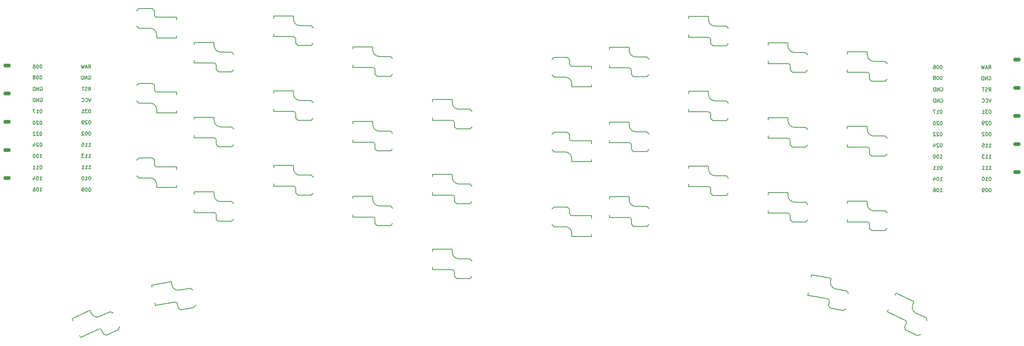
<source format=gbo>
G04 #@! TF.GenerationSoftware,KiCad,Pcbnew,7.0.6*
G04 #@! TF.CreationDate,2024-10-08T23:05:02+02:00*
G04 #@! TF.ProjectId,KoalaKeeb_v1,4b6f616c-614b-4656-9562-5f76312e6b69,rev?*
G04 #@! TF.SameCoordinates,Original*
G04 #@! TF.FileFunction,Legend,Bot*
G04 #@! TF.FilePolarity,Positive*
%FSLAX46Y46*%
G04 Gerber Fmt 4.6, Leading zero omitted, Abs format (unit mm)*
G04 Created by KiCad (PCBNEW 7.0.6) date 2024-10-08 23:05:02*
%MOMM*%
%LPD*%
G01*
G04 APERTURE LIST*
G04 Aperture macros list*
%AMRoundRect*
0 Rectangle with rounded corners*
0 $1 Rounding radius*
0 $2 $3 $4 $5 $6 $7 $8 $9 X,Y pos of 4 corners*
0 Add a 4 corners polygon primitive as box body*
4,1,4,$2,$3,$4,$5,$6,$7,$8,$9,$2,$3,0*
0 Add four circle primitives for the rounded corners*
1,1,$1+$1,$2,$3*
1,1,$1+$1,$4,$5*
1,1,$1+$1,$6,$7*
1,1,$1+$1,$8,$9*
0 Add four rect primitives between the rounded corners*
20,1,$1+$1,$2,$3,$4,$5,0*
20,1,$1+$1,$4,$5,$6,$7,0*
20,1,$1+$1,$6,$7,$8,$9,0*
20,1,$1+$1,$8,$9,$2,$3,0*%
%AMRotRect*
0 Rectangle, with rotation*
0 The origin of the aperture is its center*
0 $1 length*
0 $2 width*
0 $3 Rotation angle, in degrees counterclockwise*
0 Add horizontal line*
21,1,$1,$2,0,0,$3*%
G04 Aperture macros list end*
%ADD10C,0.150000*%
%ADD11C,1.752600*%
%ADD12C,0.500000*%
%ADD13C,1.701800*%
%ADD14C,3.000000*%
%ADD15C,3.429000*%
%ADD16C,0.990600*%
%ADD17R,2.600000X2.600000*%
%ADD18C,1.000000*%
%ADD19RotRect,2.600000X2.600000X350.000000*%
%ADD20C,2.500000*%
%ADD21RotRect,2.600000X2.600000X10.000000*%
%ADD22RotRect,2.600000X2.600000X25.000000*%
%ADD23C,0.850000*%
%ADD24RotRect,2.600000X2.600000X335.000000*%
%ADD25R,1.700000X0.820000*%
%ADD26RoundRect,0.205000X0.645000X0.205000X-0.645000X0.205000X-0.645000X-0.205000X0.645000X-0.205000X0*%
%ADD27RoundRect,0.205000X-0.645000X-0.205000X0.645000X-0.205000X0.645000X0.205000X-0.645000X0.205000X0*%
G04 APERTURE END LIST*
D10*
X260025070Y-55922905D02*
X259948880Y-55922905D01*
X259948880Y-55922905D02*
X259872689Y-55961000D01*
X259872689Y-55961000D02*
X259834594Y-55999095D01*
X259834594Y-55999095D02*
X259796499Y-56075286D01*
X259796499Y-56075286D02*
X259758404Y-56227667D01*
X259758404Y-56227667D02*
X259758404Y-56418143D01*
X259758404Y-56418143D02*
X259796499Y-56570524D01*
X259796499Y-56570524D02*
X259834594Y-56646714D01*
X259834594Y-56646714D02*
X259872689Y-56684810D01*
X259872689Y-56684810D02*
X259948880Y-56722905D01*
X259948880Y-56722905D02*
X260025070Y-56722905D01*
X260025070Y-56722905D02*
X260101261Y-56684810D01*
X260101261Y-56684810D02*
X260139356Y-56646714D01*
X260139356Y-56646714D02*
X260177451Y-56570524D01*
X260177451Y-56570524D02*
X260215547Y-56418143D01*
X260215547Y-56418143D02*
X260215547Y-56227667D01*
X260215547Y-56227667D02*
X260177451Y-56075286D01*
X260177451Y-56075286D02*
X260139356Y-55999095D01*
X260139356Y-55999095D02*
X260101261Y-55961000D01*
X260101261Y-55961000D02*
X260025070Y-55922905D01*
X259491737Y-55922905D02*
X258996499Y-55922905D01*
X258996499Y-55922905D02*
X259263165Y-56227667D01*
X259263165Y-56227667D02*
X259148880Y-56227667D01*
X259148880Y-56227667D02*
X259072689Y-56265762D01*
X259072689Y-56265762D02*
X259034594Y-56303857D01*
X259034594Y-56303857D02*
X258996499Y-56380048D01*
X258996499Y-56380048D02*
X258996499Y-56570524D01*
X258996499Y-56570524D02*
X259034594Y-56646714D01*
X259034594Y-56646714D02*
X259072689Y-56684810D01*
X259072689Y-56684810D02*
X259148880Y-56722905D01*
X259148880Y-56722905D02*
X259377451Y-56722905D01*
X259377451Y-56722905D02*
X259453642Y-56684810D01*
X259453642Y-56684810D02*
X259491737Y-56646714D01*
X258234594Y-56722905D02*
X258691737Y-56722905D01*
X258463165Y-56722905D02*
X258463165Y-55922905D01*
X258463165Y-55922905D02*
X258539356Y-56037190D01*
X258539356Y-56037190D02*
X258615546Y-56113381D01*
X258615546Y-56113381D02*
X258691737Y-56151476D01*
X259752070Y-48341000D02*
X259828260Y-48302905D01*
X259828260Y-48302905D02*
X259942546Y-48302905D01*
X259942546Y-48302905D02*
X260056832Y-48341000D01*
X260056832Y-48341000D02*
X260133022Y-48417190D01*
X260133022Y-48417190D02*
X260171117Y-48493381D01*
X260171117Y-48493381D02*
X260209213Y-48645762D01*
X260209213Y-48645762D02*
X260209213Y-48760048D01*
X260209213Y-48760048D02*
X260171117Y-48912429D01*
X260171117Y-48912429D02*
X260133022Y-48988619D01*
X260133022Y-48988619D02*
X260056832Y-49064810D01*
X260056832Y-49064810D02*
X259942546Y-49102905D01*
X259942546Y-49102905D02*
X259866355Y-49102905D01*
X259866355Y-49102905D02*
X259752070Y-49064810D01*
X259752070Y-49064810D02*
X259713974Y-49026714D01*
X259713974Y-49026714D02*
X259713974Y-48760048D01*
X259713974Y-48760048D02*
X259866355Y-48760048D01*
X259371117Y-49102905D02*
X259371117Y-48302905D01*
X259371117Y-48302905D02*
X258913974Y-49102905D01*
X258913974Y-49102905D02*
X258913974Y-48302905D01*
X258533022Y-49102905D02*
X258533022Y-48302905D01*
X258533022Y-48302905D02*
X258342546Y-48302905D01*
X258342546Y-48302905D02*
X258228260Y-48341000D01*
X258228260Y-48341000D02*
X258152070Y-48417190D01*
X258152070Y-48417190D02*
X258113975Y-48493381D01*
X258113975Y-48493381D02*
X258075879Y-48645762D01*
X258075879Y-48645762D02*
X258075879Y-48760048D01*
X258075879Y-48760048D02*
X258113975Y-48912429D01*
X258113975Y-48912429D02*
X258152070Y-48988619D01*
X258152070Y-48988619D02*
X258228260Y-49064810D01*
X258228260Y-49064810D02*
X258342546Y-49102905D01*
X258342546Y-49102905D02*
X258533022Y-49102905D01*
X260025070Y-71162905D02*
X259948880Y-71162905D01*
X259948880Y-71162905D02*
X259872689Y-71201000D01*
X259872689Y-71201000D02*
X259834594Y-71239095D01*
X259834594Y-71239095D02*
X259796499Y-71315286D01*
X259796499Y-71315286D02*
X259758404Y-71467667D01*
X259758404Y-71467667D02*
X259758404Y-71658143D01*
X259758404Y-71658143D02*
X259796499Y-71810524D01*
X259796499Y-71810524D02*
X259834594Y-71886714D01*
X259834594Y-71886714D02*
X259872689Y-71924810D01*
X259872689Y-71924810D02*
X259948880Y-71962905D01*
X259948880Y-71962905D02*
X260025070Y-71962905D01*
X260025070Y-71962905D02*
X260101261Y-71924810D01*
X260101261Y-71924810D02*
X260139356Y-71886714D01*
X260139356Y-71886714D02*
X260177451Y-71810524D01*
X260177451Y-71810524D02*
X260215547Y-71658143D01*
X260215547Y-71658143D02*
X260215547Y-71467667D01*
X260215547Y-71467667D02*
X260177451Y-71315286D01*
X260177451Y-71315286D02*
X260139356Y-71239095D01*
X260139356Y-71239095D02*
X260101261Y-71201000D01*
X260101261Y-71201000D02*
X260025070Y-71162905D01*
X258996499Y-71962905D02*
X259453642Y-71962905D01*
X259225070Y-71962905D02*
X259225070Y-71162905D01*
X259225070Y-71162905D02*
X259301261Y-71277190D01*
X259301261Y-71277190D02*
X259377451Y-71353381D01*
X259377451Y-71353381D02*
X259453642Y-71391476D01*
X258501260Y-71162905D02*
X258425070Y-71162905D01*
X258425070Y-71162905D02*
X258348879Y-71201000D01*
X258348879Y-71201000D02*
X258310784Y-71239095D01*
X258310784Y-71239095D02*
X258272689Y-71315286D01*
X258272689Y-71315286D02*
X258234594Y-71467667D01*
X258234594Y-71467667D02*
X258234594Y-71658143D01*
X258234594Y-71658143D02*
X258272689Y-71810524D01*
X258272689Y-71810524D02*
X258310784Y-71886714D01*
X258310784Y-71886714D02*
X258348879Y-71924810D01*
X258348879Y-71924810D02*
X258425070Y-71962905D01*
X258425070Y-71962905D02*
X258501260Y-71962905D01*
X258501260Y-71962905D02*
X258577451Y-71924810D01*
X258577451Y-71924810D02*
X258615546Y-71886714D01*
X258615546Y-71886714D02*
X258653641Y-71810524D01*
X258653641Y-71810524D02*
X258691737Y-71658143D01*
X258691737Y-71658143D02*
X258691737Y-71467667D01*
X258691737Y-71467667D02*
X258653641Y-71315286D01*
X258653641Y-71315286D02*
X258615546Y-71239095D01*
X258615546Y-71239095D02*
X258577451Y-71201000D01*
X258577451Y-71201000D02*
X258501260Y-71162905D01*
X248684023Y-71962905D02*
X249141166Y-71962905D01*
X248912594Y-71962905D02*
X248912594Y-71162905D01*
X248912594Y-71162905D02*
X248988785Y-71277190D01*
X248988785Y-71277190D02*
X249064975Y-71353381D01*
X249064975Y-71353381D02*
X249141166Y-71391476D01*
X248188784Y-71162905D02*
X248112594Y-71162905D01*
X248112594Y-71162905D02*
X248036403Y-71201000D01*
X248036403Y-71201000D02*
X247998308Y-71239095D01*
X247998308Y-71239095D02*
X247960213Y-71315286D01*
X247960213Y-71315286D02*
X247922118Y-71467667D01*
X247922118Y-71467667D02*
X247922118Y-71658143D01*
X247922118Y-71658143D02*
X247960213Y-71810524D01*
X247960213Y-71810524D02*
X247998308Y-71886714D01*
X247998308Y-71886714D02*
X248036403Y-71924810D01*
X248036403Y-71924810D02*
X248112594Y-71962905D01*
X248112594Y-71962905D02*
X248188784Y-71962905D01*
X248188784Y-71962905D02*
X248264975Y-71924810D01*
X248264975Y-71924810D02*
X248303070Y-71886714D01*
X248303070Y-71886714D02*
X248341165Y-71810524D01*
X248341165Y-71810524D02*
X248379261Y-71658143D01*
X248379261Y-71658143D02*
X248379261Y-71467667D01*
X248379261Y-71467667D02*
X248341165Y-71315286D01*
X248341165Y-71315286D02*
X248303070Y-71239095D01*
X248303070Y-71239095D02*
X248264975Y-71201000D01*
X248264975Y-71201000D02*
X248188784Y-71162905D01*
X247236403Y-71429571D02*
X247236403Y-71962905D01*
X247426879Y-71124810D02*
X247617356Y-71696238D01*
X247617356Y-71696238D02*
X247122117Y-71696238D01*
X248836403Y-50881000D02*
X248912593Y-50842905D01*
X248912593Y-50842905D02*
X249026879Y-50842905D01*
X249026879Y-50842905D02*
X249141165Y-50881000D01*
X249141165Y-50881000D02*
X249217355Y-50957190D01*
X249217355Y-50957190D02*
X249255450Y-51033381D01*
X249255450Y-51033381D02*
X249293546Y-51185762D01*
X249293546Y-51185762D02*
X249293546Y-51300048D01*
X249293546Y-51300048D02*
X249255450Y-51452429D01*
X249255450Y-51452429D02*
X249217355Y-51528619D01*
X249217355Y-51528619D02*
X249141165Y-51604810D01*
X249141165Y-51604810D02*
X249026879Y-51642905D01*
X249026879Y-51642905D02*
X248950688Y-51642905D01*
X248950688Y-51642905D02*
X248836403Y-51604810D01*
X248836403Y-51604810D02*
X248798307Y-51566714D01*
X248798307Y-51566714D02*
X248798307Y-51300048D01*
X248798307Y-51300048D02*
X248950688Y-51300048D01*
X248455450Y-51642905D02*
X248455450Y-50842905D01*
X248455450Y-50842905D02*
X247998307Y-51642905D01*
X247998307Y-51642905D02*
X247998307Y-50842905D01*
X247617355Y-51642905D02*
X247617355Y-50842905D01*
X247617355Y-50842905D02*
X247426879Y-50842905D01*
X247426879Y-50842905D02*
X247312593Y-50881000D01*
X247312593Y-50881000D02*
X247236403Y-50957190D01*
X247236403Y-50957190D02*
X247198308Y-51033381D01*
X247198308Y-51033381D02*
X247160212Y-51185762D01*
X247160212Y-51185762D02*
X247160212Y-51300048D01*
X247160212Y-51300048D02*
X247198308Y-51452429D01*
X247198308Y-51452429D02*
X247236403Y-51528619D01*
X247236403Y-51528619D02*
X247312593Y-51604810D01*
X247312593Y-51604810D02*
X247426879Y-51642905D01*
X247426879Y-51642905D02*
X247617355Y-51642905D01*
X259758404Y-66882905D02*
X260215547Y-66882905D01*
X259986975Y-66882905D02*
X259986975Y-66082905D01*
X259986975Y-66082905D02*
X260063166Y-66197190D01*
X260063166Y-66197190D02*
X260139356Y-66273381D01*
X260139356Y-66273381D02*
X260215547Y-66311476D01*
X258996499Y-66882905D02*
X259453642Y-66882905D01*
X259225070Y-66882905D02*
X259225070Y-66082905D01*
X259225070Y-66082905D02*
X259301261Y-66197190D01*
X259301261Y-66197190D02*
X259377451Y-66273381D01*
X259377451Y-66273381D02*
X259453642Y-66311476D01*
X258729832Y-66082905D02*
X258234594Y-66082905D01*
X258234594Y-66082905D02*
X258501260Y-66387667D01*
X258501260Y-66387667D02*
X258386975Y-66387667D01*
X258386975Y-66387667D02*
X258310784Y-66425762D01*
X258310784Y-66425762D02*
X258272689Y-66463857D01*
X258272689Y-66463857D02*
X258234594Y-66540048D01*
X258234594Y-66540048D02*
X258234594Y-66730524D01*
X258234594Y-66730524D02*
X258272689Y-66806714D01*
X258272689Y-66806714D02*
X258310784Y-66844810D01*
X258310784Y-66844810D02*
X258386975Y-66882905D01*
X258386975Y-66882905D02*
X258615546Y-66882905D01*
X258615546Y-66882905D02*
X258691737Y-66844810D01*
X258691737Y-66844810D02*
X258729832Y-66806714D01*
X248836403Y-53421000D02*
X248912593Y-53382905D01*
X248912593Y-53382905D02*
X249026879Y-53382905D01*
X249026879Y-53382905D02*
X249141165Y-53421000D01*
X249141165Y-53421000D02*
X249217355Y-53497190D01*
X249217355Y-53497190D02*
X249255450Y-53573381D01*
X249255450Y-53573381D02*
X249293546Y-53725762D01*
X249293546Y-53725762D02*
X249293546Y-53840048D01*
X249293546Y-53840048D02*
X249255450Y-53992429D01*
X249255450Y-53992429D02*
X249217355Y-54068619D01*
X249217355Y-54068619D02*
X249141165Y-54144810D01*
X249141165Y-54144810D02*
X249026879Y-54182905D01*
X249026879Y-54182905D02*
X248950688Y-54182905D01*
X248950688Y-54182905D02*
X248836403Y-54144810D01*
X248836403Y-54144810D02*
X248798307Y-54106714D01*
X248798307Y-54106714D02*
X248798307Y-53840048D01*
X248798307Y-53840048D02*
X248950688Y-53840048D01*
X248455450Y-54182905D02*
X248455450Y-53382905D01*
X248455450Y-53382905D02*
X247998307Y-54182905D01*
X247998307Y-54182905D02*
X247998307Y-53382905D01*
X247617355Y-54182905D02*
X247617355Y-53382905D01*
X247617355Y-53382905D02*
X247426879Y-53382905D01*
X247426879Y-53382905D02*
X247312593Y-53421000D01*
X247312593Y-53421000D02*
X247236403Y-53497190D01*
X247236403Y-53497190D02*
X247198308Y-53573381D01*
X247198308Y-53573381D02*
X247160212Y-53725762D01*
X247160212Y-53725762D02*
X247160212Y-53840048D01*
X247160212Y-53840048D02*
X247198308Y-53992429D01*
X247198308Y-53992429D02*
X247236403Y-54068619D01*
X247236403Y-54068619D02*
X247312593Y-54144810D01*
X247312593Y-54144810D02*
X247426879Y-54182905D01*
X247426879Y-54182905D02*
X247617355Y-54182905D01*
X259758404Y-64342905D02*
X260215547Y-64342905D01*
X259986975Y-64342905D02*
X259986975Y-63542905D01*
X259986975Y-63542905D02*
X260063166Y-63657190D01*
X260063166Y-63657190D02*
X260139356Y-63733381D01*
X260139356Y-63733381D02*
X260215547Y-63771476D01*
X258996499Y-64342905D02*
X259453642Y-64342905D01*
X259225070Y-64342905D02*
X259225070Y-63542905D01*
X259225070Y-63542905D02*
X259301261Y-63657190D01*
X259301261Y-63657190D02*
X259377451Y-63733381D01*
X259377451Y-63733381D02*
X259453642Y-63771476D01*
X258272689Y-63542905D02*
X258653641Y-63542905D01*
X258653641Y-63542905D02*
X258691737Y-63923857D01*
X258691737Y-63923857D02*
X258653641Y-63885762D01*
X258653641Y-63885762D02*
X258577451Y-63847667D01*
X258577451Y-63847667D02*
X258386975Y-63847667D01*
X258386975Y-63847667D02*
X258310784Y-63885762D01*
X258310784Y-63885762D02*
X258272689Y-63923857D01*
X258272689Y-63923857D02*
X258234594Y-64000048D01*
X258234594Y-64000048D02*
X258234594Y-64190524D01*
X258234594Y-64190524D02*
X258272689Y-64266714D01*
X258272689Y-64266714D02*
X258310784Y-64304810D01*
X258310784Y-64304810D02*
X258386975Y-64342905D01*
X258386975Y-64342905D02*
X258577451Y-64342905D01*
X258577451Y-64342905D02*
X258653641Y-64304810D01*
X258653641Y-64304810D02*
X258691737Y-64266714D01*
X248950689Y-55922905D02*
X248874499Y-55922905D01*
X248874499Y-55922905D02*
X248798308Y-55961000D01*
X248798308Y-55961000D02*
X248760213Y-55999095D01*
X248760213Y-55999095D02*
X248722118Y-56075286D01*
X248722118Y-56075286D02*
X248684023Y-56227667D01*
X248684023Y-56227667D02*
X248684023Y-56418143D01*
X248684023Y-56418143D02*
X248722118Y-56570524D01*
X248722118Y-56570524D02*
X248760213Y-56646714D01*
X248760213Y-56646714D02*
X248798308Y-56684810D01*
X248798308Y-56684810D02*
X248874499Y-56722905D01*
X248874499Y-56722905D02*
X248950689Y-56722905D01*
X248950689Y-56722905D02*
X249026880Y-56684810D01*
X249026880Y-56684810D02*
X249064975Y-56646714D01*
X249064975Y-56646714D02*
X249103070Y-56570524D01*
X249103070Y-56570524D02*
X249141166Y-56418143D01*
X249141166Y-56418143D02*
X249141166Y-56227667D01*
X249141166Y-56227667D02*
X249103070Y-56075286D01*
X249103070Y-56075286D02*
X249064975Y-55999095D01*
X249064975Y-55999095D02*
X249026880Y-55961000D01*
X249026880Y-55961000D02*
X248950689Y-55922905D01*
X247922118Y-56722905D02*
X248379261Y-56722905D01*
X248150689Y-56722905D02*
X248150689Y-55922905D01*
X248150689Y-55922905D02*
X248226880Y-56037190D01*
X248226880Y-56037190D02*
X248303070Y-56113381D01*
X248303070Y-56113381D02*
X248379261Y-56151476D01*
X247655451Y-55922905D02*
X247122117Y-55922905D01*
X247122117Y-55922905D02*
X247464975Y-56722905D01*
X259713975Y-46562905D02*
X259980642Y-46181952D01*
X260171118Y-46562905D02*
X260171118Y-45762905D01*
X260171118Y-45762905D02*
X259866356Y-45762905D01*
X259866356Y-45762905D02*
X259790166Y-45801000D01*
X259790166Y-45801000D02*
X259752071Y-45839095D01*
X259752071Y-45839095D02*
X259713975Y-45915286D01*
X259713975Y-45915286D02*
X259713975Y-46029571D01*
X259713975Y-46029571D02*
X259752071Y-46105762D01*
X259752071Y-46105762D02*
X259790166Y-46143857D01*
X259790166Y-46143857D02*
X259866356Y-46181952D01*
X259866356Y-46181952D02*
X260171118Y-46181952D01*
X259409214Y-46334333D02*
X259028261Y-46334333D01*
X259485404Y-46562905D02*
X259218737Y-45762905D01*
X259218737Y-45762905D02*
X258952071Y-46562905D01*
X258761595Y-45762905D02*
X258571119Y-46562905D01*
X258571119Y-46562905D02*
X258418738Y-45991476D01*
X258418738Y-45991476D02*
X258266357Y-46562905D01*
X258266357Y-46562905D02*
X258075881Y-45762905D01*
X248950689Y-61032905D02*
X248874499Y-61032905D01*
X248874499Y-61032905D02*
X248798308Y-61071000D01*
X248798308Y-61071000D02*
X248760213Y-61109095D01*
X248760213Y-61109095D02*
X248722118Y-61185286D01*
X248722118Y-61185286D02*
X248684023Y-61337667D01*
X248684023Y-61337667D02*
X248684023Y-61528143D01*
X248684023Y-61528143D02*
X248722118Y-61680524D01*
X248722118Y-61680524D02*
X248760213Y-61756714D01*
X248760213Y-61756714D02*
X248798308Y-61794810D01*
X248798308Y-61794810D02*
X248874499Y-61832905D01*
X248874499Y-61832905D02*
X248950689Y-61832905D01*
X248950689Y-61832905D02*
X249026880Y-61794810D01*
X249026880Y-61794810D02*
X249064975Y-61756714D01*
X249064975Y-61756714D02*
X249103070Y-61680524D01*
X249103070Y-61680524D02*
X249141166Y-61528143D01*
X249141166Y-61528143D02*
X249141166Y-61337667D01*
X249141166Y-61337667D02*
X249103070Y-61185286D01*
X249103070Y-61185286D02*
X249064975Y-61109095D01*
X249064975Y-61109095D02*
X249026880Y-61071000D01*
X249026880Y-61071000D02*
X248950689Y-61032905D01*
X248379261Y-61109095D02*
X248341165Y-61071000D01*
X248341165Y-61071000D02*
X248264975Y-61032905D01*
X248264975Y-61032905D02*
X248074499Y-61032905D01*
X248074499Y-61032905D02*
X247998308Y-61071000D01*
X247998308Y-61071000D02*
X247960213Y-61109095D01*
X247960213Y-61109095D02*
X247922118Y-61185286D01*
X247922118Y-61185286D02*
X247922118Y-61261476D01*
X247922118Y-61261476D02*
X247960213Y-61375762D01*
X247960213Y-61375762D02*
X248417356Y-61832905D01*
X248417356Y-61832905D02*
X247922118Y-61832905D01*
X247617356Y-61109095D02*
X247579260Y-61071000D01*
X247579260Y-61071000D02*
X247503070Y-61032905D01*
X247503070Y-61032905D02*
X247312594Y-61032905D01*
X247312594Y-61032905D02*
X247236403Y-61071000D01*
X247236403Y-61071000D02*
X247198308Y-61109095D01*
X247198308Y-61109095D02*
X247160213Y-61185286D01*
X247160213Y-61185286D02*
X247160213Y-61261476D01*
X247160213Y-61261476D02*
X247198308Y-61375762D01*
X247198308Y-61375762D02*
X247655451Y-61832905D01*
X247655451Y-61832905D02*
X247160213Y-61832905D01*
X248950689Y-63532905D02*
X248874499Y-63532905D01*
X248874499Y-63532905D02*
X248798308Y-63571000D01*
X248798308Y-63571000D02*
X248760213Y-63609095D01*
X248760213Y-63609095D02*
X248722118Y-63685286D01*
X248722118Y-63685286D02*
X248684023Y-63837667D01*
X248684023Y-63837667D02*
X248684023Y-64028143D01*
X248684023Y-64028143D02*
X248722118Y-64180524D01*
X248722118Y-64180524D02*
X248760213Y-64256714D01*
X248760213Y-64256714D02*
X248798308Y-64294810D01*
X248798308Y-64294810D02*
X248874499Y-64332905D01*
X248874499Y-64332905D02*
X248950689Y-64332905D01*
X248950689Y-64332905D02*
X249026880Y-64294810D01*
X249026880Y-64294810D02*
X249064975Y-64256714D01*
X249064975Y-64256714D02*
X249103070Y-64180524D01*
X249103070Y-64180524D02*
X249141166Y-64028143D01*
X249141166Y-64028143D02*
X249141166Y-63837667D01*
X249141166Y-63837667D02*
X249103070Y-63685286D01*
X249103070Y-63685286D02*
X249064975Y-63609095D01*
X249064975Y-63609095D02*
X249026880Y-63571000D01*
X249026880Y-63571000D02*
X248950689Y-63532905D01*
X248379261Y-63609095D02*
X248341165Y-63571000D01*
X248341165Y-63571000D02*
X248264975Y-63532905D01*
X248264975Y-63532905D02*
X248074499Y-63532905D01*
X248074499Y-63532905D02*
X247998308Y-63571000D01*
X247998308Y-63571000D02*
X247960213Y-63609095D01*
X247960213Y-63609095D02*
X247922118Y-63685286D01*
X247922118Y-63685286D02*
X247922118Y-63761476D01*
X247922118Y-63761476D02*
X247960213Y-63875762D01*
X247960213Y-63875762D02*
X248417356Y-64332905D01*
X248417356Y-64332905D02*
X247922118Y-64332905D01*
X247236403Y-63799571D02*
X247236403Y-64332905D01*
X247426879Y-63494810D02*
X247617356Y-64066238D01*
X247617356Y-64066238D02*
X247122117Y-64066238D01*
X248950689Y-45762905D02*
X248874499Y-45762905D01*
X248874499Y-45762905D02*
X248798308Y-45801000D01*
X248798308Y-45801000D02*
X248760213Y-45839095D01*
X248760213Y-45839095D02*
X248722118Y-45915286D01*
X248722118Y-45915286D02*
X248684023Y-46067667D01*
X248684023Y-46067667D02*
X248684023Y-46258143D01*
X248684023Y-46258143D02*
X248722118Y-46410524D01*
X248722118Y-46410524D02*
X248760213Y-46486714D01*
X248760213Y-46486714D02*
X248798308Y-46524810D01*
X248798308Y-46524810D02*
X248874499Y-46562905D01*
X248874499Y-46562905D02*
X248950689Y-46562905D01*
X248950689Y-46562905D02*
X249026880Y-46524810D01*
X249026880Y-46524810D02*
X249064975Y-46486714D01*
X249064975Y-46486714D02*
X249103070Y-46410524D01*
X249103070Y-46410524D02*
X249141166Y-46258143D01*
X249141166Y-46258143D02*
X249141166Y-46067667D01*
X249141166Y-46067667D02*
X249103070Y-45915286D01*
X249103070Y-45915286D02*
X249064975Y-45839095D01*
X249064975Y-45839095D02*
X249026880Y-45801000D01*
X249026880Y-45801000D02*
X248950689Y-45762905D01*
X248188784Y-45762905D02*
X248112594Y-45762905D01*
X248112594Y-45762905D02*
X248036403Y-45801000D01*
X248036403Y-45801000D02*
X247998308Y-45839095D01*
X247998308Y-45839095D02*
X247960213Y-45915286D01*
X247960213Y-45915286D02*
X247922118Y-46067667D01*
X247922118Y-46067667D02*
X247922118Y-46258143D01*
X247922118Y-46258143D02*
X247960213Y-46410524D01*
X247960213Y-46410524D02*
X247998308Y-46486714D01*
X247998308Y-46486714D02*
X248036403Y-46524810D01*
X248036403Y-46524810D02*
X248112594Y-46562905D01*
X248112594Y-46562905D02*
X248188784Y-46562905D01*
X248188784Y-46562905D02*
X248264975Y-46524810D01*
X248264975Y-46524810D02*
X248303070Y-46486714D01*
X248303070Y-46486714D02*
X248341165Y-46410524D01*
X248341165Y-46410524D02*
X248379261Y-46258143D01*
X248379261Y-46258143D02*
X248379261Y-46067667D01*
X248379261Y-46067667D02*
X248341165Y-45915286D01*
X248341165Y-45915286D02*
X248303070Y-45839095D01*
X248303070Y-45839095D02*
X248264975Y-45801000D01*
X248264975Y-45801000D02*
X248188784Y-45762905D01*
X247236403Y-45762905D02*
X247388784Y-45762905D01*
X247388784Y-45762905D02*
X247464975Y-45801000D01*
X247464975Y-45801000D02*
X247503070Y-45839095D01*
X247503070Y-45839095D02*
X247579260Y-45953381D01*
X247579260Y-45953381D02*
X247617356Y-46105762D01*
X247617356Y-46105762D02*
X247617356Y-46410524D01*
X247617356Y-46410524D02*
X247579260Y-46486714D01*
X247579260Y-46486714D02*
X247541165Y-46524810D01*
X247541165Y-46524810D02*
X247464975Y-46562905D01*
X247464975Y-46562905D02*
X247312594Y-46562905D01*
X247312594Y-46562905D02*
X247236403Y-46524810D01*
X247236403Y-46524810D02*
X247198308Y-46486714D01*
X247198308Y-46486714D02*
X247160213Y-46410524D01*
X247160213Y-46410524D02*
X247160213Y-46220048D01*
X247160213Y-46220048D02*
X247198308Y-46143857D01*
X247198308Y-46143857D02*
X247236403Y-46105762D01*
X247236403Y-46105762D02*
X247312594Y-46067667D01*
X247312594Y-46067667D02*
X247464975Y-46067667D01*
X247464975Y-46067667D02*
X247541165Y-46105762D01*
X247541165Y-46105762D02*
X247579260Y-46143857D01*
X247579260Y-46143857D02*
X247617356Y-46220048D01*
X260025070Y-58462905D02*
X259948880Y-58462905D01*
X259948880Y-58462905D02*
X259872689Y-58501000D01*
X259872689Y-58501000D02*
X259834594Y-58539095D01*
X259834594Y-58539095D02*
X259796499Y-58615286D01*
X259796499Y-58615286D02*
X259758404Y-58767667D01*
X259758404Y-58767667D02*
X259758404Y-58958143D01*
X259758404Y-58958143D02*
X259796499Y-59110524D01*
X259796499Y-59110524D02*
X259834594Y-59186714D01*
X259834594Y-59186714D02*
X259872689Y-59224810D01*
X259872689Y-59224810D02*
X259948880Y-59262905D01*
X259948880Y-59262905D02*
X260025070Y-59262905D01*
X260025070Y-59262905D02*
X260101261Y-59224810D01*
X260101261Y-59224810D02*
X260139356Y-59186714D01*
X260139356Y-59186714D02*
X260177451Y-59110524D01*
X260177451Y-59110524D02*
X260215547Y-58958143D01*
X260215547Y-58958143D02*
X260215547Y-58767667D01*
X260215547Y-58767667D02*
X260177451Y-58615286D01*
X260177451Y-58615286D02*
X260139356Y-58539095D01*
X260139356Y-58539095D02*
X260101261Y-58501000D01*
X260101261Y-58501000D02*
X260025070Y-58462905D01*
X259453642Y-58539095D02*
X259415546Y-58501000D01*
X259415546Y-58501000D02*
X259339356Y-58462905D01*
X259339356Y-58462905D02*
X259148880Y-58462905D01*
X259148880Y-58462905D02*
X259072689Y-58501000D01*
X259072689Y-58501000D02*
X259034594Y-58539095D01*
X259034594Y-58539095D02*
X258996499Y-58615286D01*
X258996499Y-58615286D02*
X258996499Y-58691476D01*
X258996499Y-58691476D02*
X259034594Y-58805762D01*
X259034594Y-58805762D02*
X259491737Y-59262905D01*
X259491737Y-59262905D02*
X258996499Y-59262905D01*
X258615546Y-59262905D02*
X258463165Y-59262905D01*
X258463165Y-59262905D02*
X258386975Y-59224810D01*
X258386975Y-59224810D02*
X258348879Y-59186714D01*
X258348879Y-59186714D02*
X258272689Y-59072429D01*
X258272689Y-59072429D02*
X258234594Y-58920048D01*
X258234594Y-58920048D02*
X258234594Y-58615286D01*
X258234594Y-58615286D02*
X258272689Y-58539095D01*
X258272689Y-58539095D02*
X258310784Y-58501000D01*
X258310784Y-58501000D02*
X258386975Y-58462905D01*
X258386975Y-58462905D02*
X258539356Y-58462905D01*
X258539356Y-58462905D02*
X258615546Y-58501000D01*
X258615546Y-58501000D02*
X258653641Y-58539095D01*
X258653641Y-58539095D02*
X258691737Y-58615286D01*
X258691737Y-58615286D02*
X258691737Y-58805762D01*
X258691737Y-58805762D02*
X258653641Y-58881952D01*
X258653641Y-58881952D02*
X258615546Y-58920048D01*
X258615546Y-58920048D02*
X258539356Y-58958143D01*
X258539356Y-58958143D02*
X258386975Y-58958143D01*
X258386975Y-58958143D02*
X258310784Y-58920048D01*
X258310784Y-58920048D02*
X258272689Y-58881952D01*
X258272689Y-58881952D02*
X258234594Y-58805762D01*
X248684023Y-66882905D02*
X249141166Y-66882905D01*
X248912594Y-66882905D02*
X248912594Y-66082905D01*
X248912594Y-66082905D02*
X248988785Y-66197190D01*
X248988785Y-66197190D02*
X249064975Y-66273381D01*
X249064975Y-66273381D02*
X249141166Y-66311476D01*
X248188784Y-66082905D02*
X248112594Y-66082905D01*
X248112594Y-66082905D02*
X248036403Y-66121000D01*
X248036403Y-66121000D02*
X247998308Y-66159095D01*
X247998308Y-66159095D02*
X247960213Y-66235286D01*
X247960213Y-66235286D02*
X247922118Y-66387667D01*
X247922118Y-66387667D02*
X247922118Y-66578143D01*
X247922118Y-66578143D02*
X247960213Y-66730524D01*
X247960213Y-66730524D02*
X247998308Y-66806714D01*
X247998308Y-66806714D02*
X248036403Y-66844810D01*
X248036403Y-66844810D02*
X248112594Y-66882905D01*
X248112594Y-66882905D02*
X248188784Y-66882905D01*
X248188784Y-66882905D02*
X248264975Y-66844810D01*
X248264975Y-66844810D02*
X248303070Y-66806714D01*
X248303070Y-66806714D02*
X248341165Y-66730524D01*
X248341165Y-66730524D02*
X248379261Y-66578143D01*
X248379261Y-66578143D02*
X248379261Y-66387667D01*
X248379261Y-66387667D02*
X248341165Y-66235286D01*
X248341165Y-66235286D02*
X248303070Y-66159095D01*
X248303070Y-66159095D02*
X248264975Y-66121000D01*
X248264975Y-66121000D02*
X248188784Y-66082905D01*
X247426879Y-66082905D02*
X247350689Y-66082905D01*
X247350689Y-66082905D02*
X247274498Y-66121000D01*
X247274498Y-66121000D02*
X247236403Y-66159095D01*
X247236403Y-66159095D02*
X247198308Y-66235286D01*
X247198308Y-66235286D02*
X247160213Y-66387667D01*
X247160213Y-66387667D02*
X247160213Y-66578143D01*
X247160213Y-66578143D02*
X247198308Y-66730524D01*
X247198308Y-66730524D02*
X247236403Y-66806714D01*
X247236403Y-66806714D02*
X247274498Y-66844810D01*
X247274498Y-66844810D02*
X247350689Y-66882905D01*
X247350689Y-66882905D02*
X247426879Y-66882905D01*
X247426879Y-66882905D02*
X247503070Y-66844810D01*
X247503070Y-66844810D02*
X247541165Y-66806714D01*
X247541165Y-66806714D02*
X247579260Y-66730524D01*
X247579260Y-66730524D02*
X247617356Y-66578143D01*
X247617356Y-66578143D02*
X247617356Y-66387667D01*
X247617356Y-66387667D02*
X247579260Y-66235286D01*
X247579260Y-66235286D02*
X247541165Y-66159095D01*
X247541165Y-66159095D02*
X247503070Y-66121000D01*
X247503070Y-66121000D02*
X247426879Y-66082905D01*
X259713974Y-51642905D02*
X259980641Y-51261952D01*
X260171117Y-51642905D02*
X260171117Y-50842905D01*
X260171117Y-50842905D02*
X259866355Y-50842905D01*
X259866355Y-50842905D02*
X259790165Y-50881000D01*
X259790165Y-50881000D02*
X259752070Y-50919095D01*
X259752070Y-50919095D02*
X259713974Y-50995286D01*
X259713974Y-50995286D02*
X259713974Y-51109571D01*
X259713974Y-51109571D02*
X259752070Y-51185762D01*
X259752070Y-51185762D02*
X259790165Y-51223857D01*
X259790165Y-51223857D02*
X259866355Y-51261952D01*
X259866355Y-51261952D02*
X260171117Y-51261952D01*
X259409213Y-51604810D02*
X259294927Y-51642905D01*
X259294927Y-51642905D02*
X259104451Y-51642905D01*
X259104451Y-51642905D02*
X259028260Y-51604810D01*
X259028260Y-51604810D02*
X258990165Y-51566714D01*
X258990165Y-51566714D02*
X258952070Y-51490524D01*
X258952070Y-51490524D02*
X258952070Y-51414333D01*
X258952070Y-51414333D02*
X258990165Y-51338143D01*
X258990165Y-51338143D02*
X259028260Y-51300048D01*
X259028260Y-51300048D02*
X259104451Y-51261952D01*
X259104451Y-51261952D02*
X259256832Y-51223857D01*
X259256832Y-51223857D02*
X259333022Y-51185762D01*
X259333022Y-51185762D02*
X259371117Y-51147667D01*
X259371117Y-51147667D02*
X259409213Y-51071476D01*
X259409213Y-51071476D02*
X259409213Y-50995286D01*
X259409213Y-50995286D02*
X259371117Y-50919095D01*
X259371117Y-50919095D02*
X259333022Y-50881000D01*
X259333022Y-50881000D02*
X259256832Y-50842905D01*
X259256832Y-50842905D02*
X259066355Y-50842905D01*
X259066355Y-50842905D02*
X258952070Y-50881000D01*
X258723498Y-50842905D02*
X258266355Y-50842905D01*
X258494927Y-51642905D02*
X258494927Y-50842905D01*
X260025070Y-61002905D02*
X259948880Y-61002905D01*
X259948880Y-61002905D02*
X259872689Y-61041000D01*
X259872689Y-61041000D02*
X259834594Y-61079095D01*
X259834594Y-61079095D02*
X259796499Y-61155286D01*
X259796499Y-61155286D02*
X259758404Y-61307667D01*
X259758404Y-61307667D02*
X259758404Y-61498143D01*
X259758404Y-61498143D02*
X259796499Y-61650524D01*
X259796499Y-61650524D02*
X259834594Y-61726714D01*
X259834594Y-61726714D02*
X259872689Y-61764810D01*
X259872689Y-61764810D02*
X259948880Y-61802905D01*
X259948880Y-61802905D02*
X260025070Y-61802905D01*
X260025070Y-61802905D02*
X260101261Y-61764810D01*
X260101261Y-61764810D02*
X260139356Y-61726714D01*
X260139356Y-61726714D02*
X260177451Y-61650524D01*
X260177451Y-61650524D02*
X260215547Y-61498143D01*
X260215547Y-61498143D02*
X260215547Y-61307667D01*
X260215547Y-61307667D02*
X260177451Y-61155286D01*
X260177451Y-61155286D02*
X260139356Y-61079095D01*
X260139356Y-61079095D02*
X260101261Y-61041000D01*
X260101261Y-61041000D02*
X260025070Y-61002905D01*
X259263165Y-61002905D02*
X259186975Y-61002905D01*
X259186975Y-61002905D02*
X259110784Y-61041000D01*
X259110784Y-61041000D02*
X259072689Y-61079095D01*
X259072689Y-61079095D02*
X259034594Y-61155286D01*
X259034594Y-61155286D02*
X258996499Y-61307667D01*
X258996499Y-61307667D02*
X258996499Y-61498143D01*
X258996499Y-61498143D02*
X259034594Y-61650524D01*
X259034594Y-61650524D02*
X259072689Y-61726714D01*
X259072689Y-61726714D02*
X259110784Y-61764810D01*
X259110784Y-61764810D02*
X259186975Y-61802905D01*
X259186975Y-61802905D02*
X259263165Y-61802905D01*
X259263165Y-61802905D02*
X259339356Y-61764810D01*
X259339356Y-61764810D02*
X259377451Y-61726714D01*
X259377451Y-61726714D02*
X259415546Y-61650524D01*
X259415546Y-61650524D02*
X259453642Y-61498143D01*
X259453642Y-61498143D02*
X259453642Y-61307667D01*
X259453642Y-61307667D02*
X259415546Y-61155286D01*
X259415546Y-61155286D02*
X259377451Y-61079095D01*
X259377451Y-61079095D02*
X259339356Y-61041000D01*
X259339356Y-61041000D02*
X259263165Y-61002905D01*
X258691737Y-61079095D02*
X258653641Y-61041000D01*
X258653641Y-61041000D02*
X258577451Y-61002905D01*
X258577451Y-61002905D02*
X258386975Y-61002905D01*
X258386975Y-61002905D02*
X258310784Y-61041000D01*
X258310784Y-61041000D02*
X258272689Y-61079095D01*
X258272689Y-61079095D02*
X258234594Y-61155286D01*
X258234594Y-61155286D02*
X258234594Y-61231476D01*
X258234594Y-61231476D02*
X258272689Y-61345762D01*
X258272689Y-61345762D02*
X258729832Y-61802905D01*
X258729832Y-61802905D02*
X258234594Y-61802905D01*
X260291737Y-53382905D02*
X260025070Y-54182905D01*
X260025070Y-54182905D02*
X259758404Y-53382905D01*
X259034594Y-54106714D02*
X259072690Y-54144810D01*
X259072690Y-54144810D02*
X259186975Y-54182905D01*
X259186975Y-54182905D02*
X259263166Y-54182905D01*
X259263166Y-54182905D02*
X259377452Y-54144810D01*
X259377452Y-54144810D02*
X259453642Y-54068619D01*
X259453642Y-54068619D02*
X259491737Y-53992429D01*
X259491737Y-53992429D02*
X259529833Y-53840048D01*
X259529833Y-53840048D02*
X259529833Y-53725762D01*
X259529833Y-53725762D02*
X259491737Y-53573381D01*
X259491737Y-53573381D02*
X259453642Y-53497190D01*
X259453642Y-53497190D02*
X259377452Y-53421000D01*
X259377452Y-53421000D02*
X259263166Y-53382905D01*
X259263166Y-53382905D02*
X259186975Y-53382905D01*
X259186975Y-53382905D02*
X259072690Y-53421000D01*
X259072690Y-53421000D02*
X259034594Y-53459095D01*
X258234594Y-54106714D02*
X258272690Y-54144810D01*
X258272690Y-54144810D02*
X258386975Y-54182905D01*
X258386975Y-54182905D02*
X258463166Y-54182905D01*
X258463166Y-54182905D02*
X258577452Y-54144810D01*
X258577452Y-54144810D02*
X258653642Y-54068619D01*
X258653642Y-54068619D02*
X258691737Y-53992429D01*
X258691737Y-53992429D02*
X258729833Y-53840048D01*
X258729833Y-53840048D02*
X258729833Y-53725762D01*
X258729833Y-53725762D02*
X258691737Y-53573381D01*
X258691737Y-53573381D02*
X258653642Y-53497190D01*
X258653642Y-53497190D02*
X258577452Y-53421000D01*
X258577452Y-53421000D02*
X258463166Y-53382905D01*
X258463166Y-53382905D02*
X258386975Y-53382905D01*
X258386975Y-53382905D02*
X258272690Y-53421000D01*
X258272690Y-53421000D02*
X258234594Y-53459095D01*
X248950689Y-48232905D02*
X248874499Y-48232905D01*
X248874499Y-48232905D02*
X248798308Y-48271000D01*
X248798308Y-48271000D02*
X248760213Y-48309095D01*
X248760213Y-48309095D02*
X248722118Y-48385286D01*
X248722118Y-48385286D02*
X248684023Y-48537667D01*
X248684023Y-48537667D02*
X248684023Y-48728143D01*
X248684023Y-48728143D02*
X248722118Y-48880524D01*
X248722118Y-48880524D02*
X248760213Y-48956714D01*
X248760213Y-48956714D02*
X248798308Y-48994810D01*
X248798308Y-48994810D02*
X248874499Y-49032905D01*
X248874499Y-49032905D02*
X248950689Y-49032905D01*
X248950689Y-49032905D02*
X249026880Y-48994810D01*
X249026880Y-48994810D02*
X249064975Y-48956714D01*
X249064975Y-48956714D02*
X249103070Y-48880524D01*
X249103070Y-48880524D02*
X249141166Y-48728143D01*
X249141166Y-48728143D02*
X249141166Y-48537667D01*
X249141166Y-48537667D02*
X249103070Y-48385286D01*
X249103070Y-48385286D02*
X249064975Y-48309095D01*
X249064975Y-48309095D02*
X249026880Y-48271000D01*
X249026880Y-48271000D02*
X248950689Y-48232905D01*
X248188784Y-48232905D02*
X248112594Y-48232905D01*
X248112594Y-48232905D02*
X248036403Y-48271000D01*
X248036403Y-48271000D02*
X247998308Y-48309095D01*
X247998308Y-48309095D02*
X247960213Y-48385286D01*
X247960213Y-48385286D02*
X247922118Y-48537667D01*
X247922118Y-48537667D02*
X247922118Y-48728143D01*
X247922118Y-48728143D02*
X247960213Y-48880524D01*
X247960213Y-48880524D02*
X247998308Y-48956714D01*
X247998308Y-48956714D02*
X248036403Y-48994810D01*
X248036403Y-48994810D02*
X248112594Y-49032905D01*
X248112594Y-49032905D02*
X248188784Y-49032905D01*
X248188784Y-49032905D02*
X248264975Y-48994810D01*
X248264975Y-48994810D02*
X248303070Y-48956714D01*
X248303070Y-48956714D02*
X248341165Y-48880524D01*
X248341165Y-48880524D02*
X248379261Y-48728143D01*
X248379261Y-48728143D02*
X248379261Y-48537667D01*
X248379261Y-48537667D02*
X248341165Y-48385286D01*
X248341165Y-48385286D02*
X248303070Y-48309095D01*
X248303070Y-48309095D02*
X248264975Y-48271000D01*
X248264975Y-48271000D02*
X248188784Y-48232905D01*
X247464975Y-48575762D02*
X247541165Y-48537667D01*
X247541165Y-48537667D02*
X247579260Y-48499571D01*
X247579260Y-48499571D02*
X247617356Y-48423381D01*
X247617356Y-48423381D02*
X247617356Y-48385286D01*
X247617356Y-48385286D02*
X247579260Y-48309095D01*
X247579260Y-48309095D02*
X247541165Y-48271000D01*
X247541165Y-48271000D02*
X247464975Y-48232905D01*
X247464975Y-48232905D02*
X247312594Y-48232905D01*
X247312594Y-48232905D02*
X247236403Y-48271000D01*
X247236403Y-48271000D02*
X247198308Y-48309095D01*
X247198308Y-48309095D02*
X247160213Y-48385286D01*
X247160213Y-48385286D02*
X247160213Y-48423381D01*
X247160213Y-48423381D02*
X247198308Y-48499571D01*
X247198308Y-48499571D02*
X247236403Y-48537667D01*
X247236403Y-48537667D02*
X247312594Y-48575762D01*
X247312594Y-48575762D02*
X247464975Y-48575762D01*
X247464975Y-48575762D02*
X247541165Y-48613857D01*
X247541165Y-48613857D02*
X247579260Y-48651952D01*
X247579260Y-48651952D02*
X247617356Y-48728143D01*
X247617356Y-48728143D02*
X247617356Y-48880524D01*
X247617356Y-48880524D02*
X247579260Y-48956714D01*
X247579260Y-48956714D02*
X247541165Y-48994810D01*
X247541165Y-48994810D02*
X247464975Y-49032905D01*
X247464975Y-49032905D02*
X247312594Y-49032905D01*
X247312594Y-49032905D02*
X247236403Y-48994810D01*
X247236403Y-48994810D02*
X247198308Y-48956714D01*
X247198308Y-48956714D02*
X247160213Y-48880524D01*
X247160213Y-48880524D02*
X247160213Y-48728143D01*
X247160213Y-48728143D02*
X247198308Y-48651952D01*
X247198308Y-48651952D02*
X247236403Y-48613857D01*
X247236403Y-48613857D02*
X247312594Y-48575762D01*
X260027879Y-73742905D02*
X259951689Y-73742905D01*
X259951689Y-73742905D02*
X259875498Y-73781000D01*
X259875498Y-73781000D02*
X259837403Y-73819095D01*
X259837403Y-73819095D02*
X259799308Y-73895286D01*
X259799308Y-73895286D02*
X259761213Y-74047667D01*
X259761213Y-74047667D02*
X259761213Y-74238143D01*
X259761213Y-74238143D02*
X259799308Y-74390524D01*
X259799308Y-74390524D02*
X259837403Y-74466714D01*
X259837403Y-74466714D02*
X259875498Y-74504810D01*
X259875498Y-74504810D02*
X259951689Y-74542905D01*
X259951689Y-74542905D02*
X260027879Y-74542905D01*
X260027879Y-74542905D02*
X260104070Y-74504810D01*
X260104070Y-74504810D02*
X260142165Y-74466714D01*
X260142165Y-74466714D02*
X260180260Y-74390524D01*
X260180260Y-74390524D02*
X260218356Y-74238143D01*
X260218356Y-74238143D02*
X260218356Y-74047667D01*
X260218356Y-74047667D02*
X260180260Y-73895286D01*
X260180260Y-73895286D02*
X260142165Y-73819095D01*
X260142165Y-73819095D02*
X260104070Y-73781000D01*
X260104070Y-73781000D02*
X260027879Y-73742905D01*
X259265974Y-73742905D02*
X259189784Y-73742905D01*
X259189784Y-73742905D02*
X259113593Y-73781000D01*
X259113593Y-73781000D02*
X259075498Y-73819095D01*
X259075498Y-73819095D02*
X259037403Y-73895286D01*
X259037403Y-73895286D02*
X258999308Y-74047667D01*
X258999308Y-74047667D02*
X258999308Y-74238143D01*
X258999308Y-74238143D02*
X259037403Y-74390524D01*
X259037403Y-74390524D02*
X259075498Y-74466714D01*
X259075498Y-74466714D02*
X259113593Y-74504810D01*
X259113593Y-74504810D02*
X259189784Y-74542905D01*
X259189784Y-74542905D02*
X259265974Y-74542905D01*
X259265974Y-74542905D02*
X259342165Y-74504810D01*
X259342165Y-74504810D02*
X259380260Y-74466714D01*
X259380260Y-74466714D02*
X259418355Y-74390524D01*
X259418355Y-74390524D02*
X259456451Y-74238143D01*
X259456451Y-74238143D02*
X259456451Y-74047667D01*
X259456451Y-74047667D02*
X259418355Y-73895286D01*
X259418355Y-73895286D02*
X259380260Y-73819095D01*
X259380260Y-73819095D02*
X259342165Y-73781000D01*
X259342165Y-73781000D02*
X259265974Y-73742905D01*
X258618355Y-74542905D02*
X258465974Y-74542905D01*
X258465974Y-74542905D02*
X258389784Y-74504810D01*
X258389784Y-74504810D02*
X258351688Y-74466714D01*
X258351688Y-74466714D02*
X258275498Y-74352429D01*
X258275498Y-74352429D02*
X258237403Y-74200048D01*
X258237403Y-74200048D02*
X258237403Y-73895286D01*
X258237403Y-73895286D02*
X258275498Y-73819095D01*
X258275498Y-73819095D02*
X258313593Y-73781000D01*
X258313593Y-73781000D02*
X258389784Y-73742905D01*
X258389784Y-73742905D02*
X258542165Y-73742905D01*
X258542165Y-73742905D02*
X258618355Y-73781000D01*
X258618355Y-73781000D02*
X258656450Y-73819095D01*
X258656450Y-73819095D02*
X258694546Y-73895286D01*
X258694546Y-73895286D02*
X258694546Y-74085762D01*
X258694546Y-74085762D02*
X258656450Y-74161952D01*
X258656450Y-74161952D02*
X258618355Y-74200048D01*
X258618355Y-74200048D02*
X258542165Y-74238143D01*
X258542165Y-74238143D02*
X258389784Y-74238143D01*
X258389784Y-74238143D02*
X258313593Y-74200048D01*
X258313593Y-74200048D02*
X258275498Y-74161952D01*
X258275498Y-74161952D02*
X258237403Y-74085762D01*
X248691213Y-74512905D02*
X249148356Y-74512905D01*
X248919784Y-74512905D02*
X248919784Y-73712905D01*
X248919784Y-73712905D02*
X248995975Y-73827190D01*
X248995975Y-73827190D02*
X249072165Y-73903381D01*
X249072165Y-73903381D02*
X249148356Y-73941476D01*
X248195974Y-73712905D02*
X248119784Y-73712905D01*
X248119784Y-73712905D02*
X248043593Y-73751000D01*
X248043593Y-73751000D02*
X248005498Y-73789095D01*
X248005498Y-73789095D02*
X247967403Y-73865286D01*
X247967403Y-73865286D02*
X247929308Y-74017667D01*
X247929308Y-74017667D02*
X247929308Y-74208143D01*
X247929308Y-74208143D02*
X247967403Y-74360524D01*
X247967403Y-74360524D02*
X248005498Y-74436714D01*
X248005498Y-74436714D02*
X248043593Y-74474810D01*
X248043593Y-74474810D02*
X248119784Y-74512905D01*
X248119784Y-74512905D02*
X248195974Y-74512905D01*
X248195974Y-74512905D02*
X248272165Y-74474810D01*
X248272165Y-74474810D02*
X248310260Y-74436714D01*
X248310260Y-74436714D02*
X248348355Y-74360524D01*
X248348355Y-74360524D02*
X248386451Y-74208143D01*
X248386451Y-74208143D02*
X248386451Y-74017667D01*
X248386451Y-74017667D02*
X248348355Y-73865286D01*
X248348355Y-73865286D02*
X248310260Y-73789095D01*
X248310260Y-73789095D02*
X248272165Y-73751000D01*
X248272165Y-73751000D02*
X248195974Y-73712905D01*
X247243593Y-73712905D02*
X247395974Y-73712905D01*
X247395974Y-73712905D02*
X247472165Y-73751000D01*
X247472165Y-73751000D02*
X247510260Y-73789095D01*
X247510260Y-73789095D02*
X247586450Y-73903381D01*
X247586450Y-73903381D02*
X247624546Y-74055762D01*
X247624546Y-74055762D02*
X247624546Y-74360524D01*
X247624546Y-74360524D02*
X247586450Y-74436714D01*
X247586450Y-74436714D02*
X247548355Y-74474810D01*
X247548355Y-74474810D02*
X247472165Y-74512905D01*
X247472165Y-74512905D02*
X247319784Y-74512905D01*
X247319784Y-74512905D02*
X247243593Y-74474810D01*
X247243593Y-74474810D02*
X247205498Y-74436714D01*
X247205498Y-74436714D02*
X247167403Y-74360524D01*
X247167403Y-74360524D02*
X247167403Y-74170048D01*
X247167403Y-74170048D02*
X247205498Y-74093857D01*
X247205498Y-74093857D02*
X247243593Y-74055762D01*
X247243593Y-74055762D02*
X247319784Y-74017667D01*
X247319784Y-74017667D02*
X247472165Y-74017667D01*
X247472165Y-74017667D02*
X247548355Y-74055762D01*
X247548355Y-74055762D02*
X247586450Y-74093857D01*
X247586450Y-74093857D02*
X247624546Y-74170048D01*
X248957879Y-68672905D02*
X248881689Y-68672905D01*
X248881689Y-68672905D02*
X248805498Y-68711000D01*
X248805498Y-68711000D02*
X248767403Y-68749095D01*
X248767403Y-68749095D02*
X248729308Y-68825286D01*
X248729308Y-68825286D02*
X248691213Y-68977667D01*
X248691213Y-68977667D02*
X248691213Y-69168143D01*
X248691213Y-69168143D02*
X248729308Y-69320524D01*
X248729308Y-69320524D02*
X248767403Y-69396714D01*
X248767403Y-69396714D02*
X248805498Y-69434810D01*
X248805498Y-69434810D02*
X248881689Y-69472905D01*
X248881689Y-69472905D02*
X248957879Y-69472905D01*
X248957879Y-69472905D02*
X249034070Y-69434810D01*
X249034070Y-69434810D02*
X249072165Y-69396714D01*
X249072165Y-69396714D02*
X249110260Y-69320524D01*
X249110260Y-69320524D02*
X249148356Y-69168143D01*
X249148356Y-69168143D02*
X249148356Y-68977667D01*
X249148356Y-68977667D02*
X249110260Y-68825286D01*
X249110260Y-68825286D02*
X249072165Y-68749095D01*
X249072165Y-68749095D02*
X249034070Y-68711000D01*
X249034070Y-68711000D02*
X248957879Y-68672905D01*
X247929308Y-69472905D02*
X248386451Y-69472905D01*
X248157879Y-69472905D02*
X248157879Y-68672905D01*
X248157879Y-68672905D02*
X248234070Y-68787190D01*
X248234070Y-68787190D02*
X248310260Y-68863381D01*
X248310260Y-68863381D02*
X248386451Y-68901476D01*
X247167403Y-69472905D02*
X247624546Y-69472905D01*
X247395974Y-69472905D02*
X247395974Y-68672905D01*
X247395974Y-68672905D02*
X247472165Y-68787190D01*
X247472165Y-68787190D02*
X247548355Y-68863381D01*
X247548355Y-68863381D02*
X247624546Y-68901476D01*
X259758404Y-69422905D02*
X260215547Y-69422905D01*
X259986975Y-69422905D02*
X259986975Y-68622905D01*
X259986975Y-68622905D02*
X260063166Y-68737190D01*
X260063166Y-68737190D02*
X260139356Y-68813381D01*
X260139356Y-68813381D02*
X260215547Y-68851476D01*
X258996499Y-69422905D02*
X259453642Y-69422905D01*
X259225070Y-69422905D02*
X259225070Y-68622905D01*
X259225070Y-68622905D02*
X259301261Y-68737190D01*
X259301261Y-68737190D02*
X259377451Y-68813381D01*
X259377451Y-68813381D02*
X259453642Y-68851476D01*
X258234594Y-69422905D02*
X258691737Y-69422905D01*
X258463165Y-69422905D02*
X258463165Y-68622905D01*
X258463165Y-68622905D02*
X258539356Y-68737190D01*
X258539356Y-68737190D02*
X258615546Y-68813381D01*
X258615546Y-68813381D02*
X258691737Y-68851476D01*
X248950689Y-58532905D02*
X248874499Y-58532905D01*
X248874499Y-58532905D02*
X248798308Y-58571000D01*
X248798308Y-58571000D02*
X248760213Y-58609095D01*
X248760213Y-58609095D02*
X248722118Y-58685286D01*
X248722118Y-58685286D02*
X248684023Y-58837667D01*
X248684023Y-58837667D02*
X248684023Y-59028143D01*
X248684023Y-59028143D02*
X248722118Y-59180524D01*
X248722118Y-59180524D02*
X248760213Y-59256714D01*
X248760213Y-59256714D02*
X248798308Y-59294810D01*
X248798308Y-59294810D02*
X248874499Y-59332905D01*
X248874499Y-59332905D02*
X248950689Y-59332905D01*
X248950689Y-59332905D02*
X249026880Y-59294810D01*
X249026880Y-59294810D02*
X249064975Y-59256714D01*
X249064975Y-59256714D02*
X249103070Y-59180524D01*
X249103070Y-59180524D02*
X249141166Y-59028143D01*
X249141166Y-59028143D02*
X249141166Y-58837667D01*
X249141166Y-58837667D02*
X249103070Y-58685286D01*
X249103070Y-58685286D02*
X249064975Y-58609095D01*
X249064975Y-58609095D02*
X249026880Y-58571000D01*
X249026880Y-58571000D02*
X248950689Y-58532905D01*
X248379261Y-58609095D02*
X248341165Y-58571000D01*
X248341165Y-58571000D02*
X248264975Y-58532905D01*
X248264975Y-58532905D02*
X248074499Y-58532905D01*
X248074499Y-58532905D02*
X247998308Y-58571000D01*
X247998308Y-58571000D02*
X247960213Y-58609095D01*
X247960213Y-58609095D02*
X247922118Y-58685286D01*
X247922118Y-58685286D02*
X247922118Y-58761476D01*
X247922118Y-58761476D02*
X247960213Y-58875762D01*
X247960213Y-58875762D02*
X248417356Y-59332905D01*
X248417356Y-59332905D02*
X247922118Y-59332905D01*
X247426879Y-58532905D02*
X247350689Y-58532905D01*
X247350689Y-58532905D02*
X247274498Y-58571000D01*
X247274498Y-58571000D02*
X247236403Y-58609095D01*
X247236403Y-58609095D02*
X247198308Y-58685286D01*
X247198308Y-58685286D02*
X247160213Y-58837667D01*
X247160213Y-58837667D02*
X247160213Y-59028143D01*
X247160213Y-59028143D02*
X247198308Y-59180524D01*
X247198308Y-59180524D02*
X247236403Y-59256714D01*
X247236403Y-59256714D02*
X247274498Y-59294810D01*
X247274498Y-59294810D02*
X247350689Y-59332905D01*
X247350689Y-59332905D02*
X247426879Y-59332905D01*
X247426879Y-59332905D02*
X247503070Y-59294810D01*
X247503070Y-59294810D02*
X247541165Y-59256714D01*
X247541165Y-59256714D02*
X247579260Y-59180524D01*
X247579260Y-59180524D02*
X247617356Y-59028143D01*
X247617356Y-59028143D02*
X247617356Y-58837667D01*
X247617356Y-58837667D02*
X247579260Y-58685286D01*
X247579260Y-58685286D02*
X247541165Y-58609095D01*
X247541165Y-58609095D02*
X247503070Y-58571000D01*
X247503070Y-58571000D02*
X247426879Y-58532905D01*
X44572590Y-71852312D02*
X45029733Y-71852312D01*
X44801161Y-71852312D02*
X44801161Y-71052312D01*
X44801161Y-71052312D02*
X44877352Y-71166597D01*
X44877352Y-71166597D02*
X44953542Y-71242788D01*
X44953542Y-71242788D02*
X45029733Y-71280883D01*
X44077351Y-71052312D02*
X44001161Y-71052312D01*
X44001161Y-71052312D02*
X43924970Y-71090407D01*
X43924970Y-71090407D02*
X43886875Y-71128502D01*
X43886875Y-71128502D02*
X43848780Y-71204693D01*
X43848780Y-71204693D02*
X43810685Y-71357074D01*
X43810685Y-71357074D02*
X43810685Y-71547550D01*
X43810685Y-71547550D02*
X43848780Y-71699931D01*
X43848780Y-71699931D02*
X43886875Y-71776121D01*
X43886875Y-71776121D02*
X43924970Y-71814217D01*
X43924970Y-71814217D02*
X44001161Y-71852312D01*
X44001161Y-71852312D02*
X44077351Y-71852312D01*
X44077351Y-71852312D02*
X44153542Y-71814217D01*
X44153542Y-71814217D02*
X44191637Y-71776121D01*
X44191637Y-71776121D02*
X44229732Y-71699931D01*
X44229732Y-71699931D02*
X44267828Y-71547550D01*
X44267828Y-71547550D02*
X44267828Y-71357074D01*
X44267828Y-71357074D02*
X44229732Y-71204693D01*
X44229732Y-71204693D02*
X44191637Y-71128502D01*
X44191637Y-71128502D02*
X44153542Y-71090407D01*
X44153542Y-71090407D02*
X44077351Y-71052312D01*
X43124970Y-71318978D02*
X43124970Y-71852312D01*
X43315446Y-71014217D02*
X43505923Y-71585645D01*
X43505923Y-71585645D02*
X43010684Y-71585645D01*
X55646971Y-66772312D02*
X56104114Y-66772312D01*
X55875542Y-66772312D02*
X55875542Y-65972312D01*
X55875542Y-65972312D02*
X55951733Y-66086597D01*
X55951733Y-66086597D02*
X56027923Y-66162788D01*
X56027923Y-66162788D02*
X56104114Y-66200883D01*
X54885066Y-66772312D02*
X55342209Y-66772312D01*
X55113637Y-66772312D02*
X55113637Y-65972312D01*
X55113637Y-65972312D02*
X55189828Y-66086597D01*
X55189828Y-66086597D02*
X55266018Y-66162788D01*
X55266018Y-66162788D02*
X55342209Y-66200883D01*
X54618399Y-65972312D02*
X54123161Y-65972312D01*
X54123161Y-65972312D02*
X54389827Y-66277074D01*
X54389827Y-66277074D02*
X54275542Y-66277074D01*
X54275542Y-66277074D02*
X54199351Y-66315169D01*
X54199351Y-66315169D02*
X54161256Y-66353264D01*
X54161256Y-66353264D02*
X54123161Y-66429455D01*
X54123161Y-66429455D02*
X54123161Y-66619931D01*
X54123161Y-66619931D02*
X54161256Y-66696121D01*
X54161256Y-66696121D02*
X54199351Y-66734217D01*
X54199351Y-66734217D02*
X54275542Y-66772312D01*
X54275542Y-66772312D02*
X54504113Y-66772312D01*
X54504113Y-66772312D02*
X54580304Y-66734217D01*
X54580304Y-66734217D02*
X54618399Y-66696121D01*
X44839256Y-58422312D02*
X44763066Y-58422312D01*
X44763066Y-58422312D02*
X44686875Y-58460407D01*
X44686875Y-58460407D02*
X44648780Y-58498502D01*
X44648780Y-58498502D02*
X44610685Y-58574693D01*
X44610685Y-58574693D02*
X44572590Y-58727074D01*
X44572590Y-58727074D02*
X44572590Y-58917550D01*
X44572590Y-58917550D02*
X44610685Y-59069931D01*
X44610685Y-59069931D02*
X44648780Y-59146121D01*
X44648780Y-59146121D02*
X44686875Y-59184217D01*
X44686875Y-59184217D02*
X44763066Y-59222312D01*
X44763066Y-59222312D02*
X44839256Y-59222312D01*
X44839256Y-59222312D02*
X44915447Y-59184217D01*
X44915447Y-59184217D02*
X44953542Y-59146121D01*
X44953542Y-59146121D02*
X44991637Y-59069931D01*
X44991637Y-59069931D02*
X45029733Y-58917550D01*
X45029733Y-58917550D02*
X45029733Y-58727074D01*
X45029733Y-58727074D02*
X44991637Y-58574693D01*
X44991637Y-58574693D02*
X44953542Y-58498502D01*
X44953542Y-58498502D02*
X44915447Y-58460407D01*
X44915447Y-58460407D02*
X44839256Y-58422312D01*
X44267828Y-58498502D02*
X44229732Y-58460407D01*
X44229732Y-58460407D02*
X44153542Y-58422312D01*
X44153542Y-58422312D02*
X43963066Y-58422312D01*
X43963066Y-58422312D02*
X43886875Y-58460407D01*
X43886875Y-58460407D02*
X43848780Y-58498502D01*
X43848780Y-58498502D02*
X43810685Y-58574693D01*
X43810685Y-58574693D02*
X43810685Y-58650883D01*
X43810685Y-58650883D02*
X43848780Y-58765169D01*
X43848780Y-58765169D02*
X44305923Y-59222312D01*
X44305923Y-59222312D02*
X43810685Y-59222312D01*
X43315446Y-58422312D02*
X43239256Y-58422312D01*
X43239256Y-58422312D02*
X43163065Y-58460407D01*
X43163065Y-58460407D02*
X43124970Y-58498502D01*
X43124970Y-58498502D02*
X43086875Y-58574693D01*
X43086875Y-58574693D02*
X43048780Y-58727074D01*
X43048780Y-58727074D02*
X43048780Y-58917550D01*
X43048780Y-58917550D02*
X43086875Y-59069931D01*
X43086875Y-59069931D02*
X43124970Y-59146121D01*
X43124970Y-59146121D02*
X43163065Y-59184217D01*
X43163065Y-59184217D02*
X43239256Y-59222312D01*
X43239256Y-59222312D02*
X43315446Y-59222312D01*
X43315446Y-59222312D02*
X43391637Y-59184217D01*
X43391637Y-59184217D02*
X43429732Y-59146121D01*
X43429732Y-59146121D02*
X43467827Y-59069931D01*
X43467827Y-59069931D02*
X43505923Y-58917550D01*
X43505923Y-58917550D02*
X43505923Y-58727074D01*
X43505923Y-58727074D02*
X43467827Y-58574693D01*
X43467827Y-58574693D02*
X43429732Y-58498502D01*
X43429732Y-58498502D02*
X43391637Y-58460407D01*
X43391637Y-58460407D02*
X43315446Y-58422312D01*
X44839256Y-63422312D02*
X44763066Y-63422312D01*
X44763066Y-63422312D02*
X44686875Y-63460407D01*
X44686875Y-63460407D02*
X44648780Y-63498502D01*
X44648780Y-63498502D02*
X44610685Y-63574693D01*
X44610685Y-63574693D02*
X44572590Y-63727074D01*
X44572590Y-63727074D02*
X44572590Y-63917550D01*
X44572590Y-63917550D02*
X44610685Y-64069931D01*
X44610685Y-64069931D02*
X44648780Y-64146121D01*
X44648780Y-64146121D02*
X44686875Y-64184217D01*
X44686875Y-64184217D02*
X44763066Y-64222312D01*
X44763066Y-64222312D02*
X44839256Y-64222312D01*
X44839256Y-64222312D02*
X44915447Y-64184217D01*
X44915447Y-64184217D02*
X44953542Y-64146121D01*
X44953542Y-64146121D02*
X44991637Y-64069931D01*
X44991637Y-64069931D02*
X45029733Y-63917550D01*
X45029733Y-63917550D02*
X45029733Y-63727074D01*
X45029733Y-63727074D02*
X44991637Y-63574693D01*
X44991637Y-63574693D02*
X44953542Y-63498502D01*
X44953542Y-63498502D02*
X44915447Y-63460407D01*
X44915447Y-63460407D02*
X44839256Y-63422312D01*
X44267828Y-63498502D02*
X44229732Y-63460407D01*
X44229732Y-63460407D02*
X44153542Y-63422312D01*
X44153542Y-63422312D02*
X43963066Y-63422312D01*
X43963066Y-63422312D02*
X43886875Y-63460407D01*
X43886875Y-63460407D02*
X43848780Y-63498502D01*
X43848780Y-63498502D02*
X43810685Y-63574693D01*
X43810685Y-63574693D02*
X43810685Y-63650883D01*
X43810685Y-63650883D02*
X43848780Y-63765169D01*
X43848780Y-63765169D02*
X44305923Y-64222312D01*
X44305923Y-64222312D02*
X43810685Y-64222312D01*
X43124970Y-63688978D02*
X43124970Y-64222312D01*
X43315446Y-63384217D02*
X43505923Y-63955645D01*
X43505923Y-63955645D02*
X43010684Y-63955645D01*
X44724970Y-50770407D02*
X44801160Y-50732312D01*
X44801160Y-50732312D02*
X44915446Y-50732312D01*
X44915446Y-50732312D02*
X45029732Y-50770407D01*
X45029732Y-50770407D02*
X45105922Y-50846597D01*
X45105922Y-50846597D02*
X45144017Y-50922788D01*
X45144017Y-50922788D02*
X45182113Y-51075169D01*
X45182113Y-51075169D02*
X45182113Y-51189455D01*
X45182113Y-51189455D02*
X45144017Y-51341836D01*
X45144017Y-51341836D02*
X45105922Y-51418026D01*
X45105922Y-51418026D02*
X45029732Y-51494217D01*
X45029732Y-51494217D02*
X44915446Y-51532312D01*
X44915446Y-51532312D02*
X44839255Y-51532312D01*
X44839255Y-51532312D02*
X44724970Y-51494217D01*
X44724970Y-51494217D02*
X44686874Y-51456121D01*
X44686874Y-51456121D02*
X44686874Y-51189455D01*
X44686874Y-51189455D02*
X44839255Y-51189455D01*
X44344017Y-51532312D02*
X44344017Y-50732312D01*
X44344017Y-50732312D02*
X43886874Y-51532312D01*
X43886874Y-51532312D02*
X43886874Y-50732312D01*
X43505922Y-51532312D02*
X43505922Y-50732312D01*
X43505922Y-50732312D02*
X43315446Y-50732312D01*
X43315446Y-50732312D02*
X43201160Y-50770407D01*
X43201160Y-50770407D02*
X43124970Y-50846597D01*
X43124970Y-50846597D02*
X43086875Y-50922788D01*
X43086875Y-50922788D02*
X43048779Y-51075169D01*
X43048779Y-51075169D02*
X43048779Y-51189455D01*
X43048779Y-51189455D02*
X43086875Y-51341836D01*
X43086875Y-51341836D02*
X43124970Y-51418026D01*
X43124970Y-51418026D02*
X43201160Y-51494217D01*
X43201160Y-51494217D02*
X43315446Y-51532312D01*
X43315446Y-51532312D02*
X43505922Y-51532312D01*
X55916446Y-73632312D02*
X55840256Y-73632312D01*
X55840256Y-73632312D02*
X55764065Y-73670407D01*
X55764065Y-73670407D02*
X55725970Y-73708502D01*
X55725970Y-73708502D02*
X55687875Y-73784693D01*
X55687875Y-73784693D02*
X55649780Y-73937074D01*
X55649780Y-73937074D02*
X55649780Y-74127550D01*
X55649780Y-74127550D02*
X55687875Y-74279931D01*
X55687875Y-74279931D02*
X55725970Y-74356121D01*
X55725970Y-74356121D02*
X55764065Y-74394217D01*
X55764065Y-74394217D02*
X55840256Y-74432312D01*
X55840256Y-74432312D02*
X55916446Y-74432312D01*
X55916446Y-74432312D02*
X55992637Y-74394217D01*
X55992637Y-74394217D02*
X56030732Y-74356121D01*
X56030732Y-74356121D02*
X56068827Y-74279931D01*
X56068827Y-74279931D02*
X56106923Y-74127550D01*
X56106923Y-74127550D02*
X56106923Y-73937074D01*
X56106923Y-73937074D02*
X56068827Y-73784693D01*
X56068827Y-73784693D02*
X56030732Y-73708502D01*
X56030732Y-73708502D02*
X55992637Y-73670407D01*
X55992637Y-73670407D02*
X55916446Y-73632312D01*
X55154541Y-73632312D02*
X55078351Y-73632312D01*
X55078351Y-73632312D02*
X55002160Y-73670407D01*
X55002160Y-73670407D02*
X54964065Y-73708502D01*
X54964065Y-73708502D02*
X54925970Y-73784693D01*
X54925970Y-73784693D02*
X54887875Y-73937074D01*
X54887875Y-73937074D02*
X54887875Y-74127550D01*
X54887875Y-74127550D02*
X54925970Y-74279931D01*
X54925970Y-74279931D02*
X54964065Y-74356121D01*
X54964065Y-74356121D02*
X55002160Y-74394217D01*
X55002160Y-74394217D02*
X55078351Y-74432312D01*
X55078351Y-74432312D02*
X55154541Y-74432312D01*
X55154541Y-74432312D02*
X55230732Y-74394217D01*
X55230732Y-74394217D02*
X55268827Y-74356121D01*
X55268827Y-74356121D02*
X55306922Y-74279931D01*
X55306922Y-74279931D02*
X55345018Y-74127550D01*
X55345018Y-74127550D02*
X55345018Y-73937074D01*
X55345018Y-73937074D02*
X55306922Y-73784693D01*
X55306922Y-73784693D02*
X55268827Y-73708502D01*
X55268827Y-73708502D02*
X55230732Y-73670407D01*
X55230732Y-73670407D02*
X55154541Y-73632312D01*
X54506922Y-74432312D02*
X54354541Y-74432312D01*
X54354541Y-74432312D02*
X54278351Y-74394217D01*
X54278351Y-74394217D02*
X54240255Y-74356121D01*
X54240255Y-74356121D02*
X54164065Y-74241836D01*
X54164065Y-74241836D02*
X54125970Y-74089455D01*
X54125970Y-74089455D02*
X54125970Y-73784693D01*
X54125970Y-73784693D02*
X54164065Y-73708502D01*
X54164065Y-73708502D02*
X54202160Y-73670407D01*
X54202160Y-73670407D02*
X54278351Y-73632312D01*
X54278351Y-73632312D02*
X54430732Y-73632312D01*
X54430732Y-73632312D02*
X54506922Y-73670407D01*
X54506922Y-73670407D02*
X54545017Y-73708502D01*
X54545017Y-73708502D02*
X54583113Y-73784693D01*
X54583113Y-73784693D02*
X54583113Y-73975169D01*
X54583113Y-73975169D02*
X54545017Y-74051359D01*
X54545017Y-74051359D02*
X54506922Y-74089455D01*
X54506922Y-74089455D02*
X54430732Y-74127550D01*
X54430732Y-74127550D02*
X54278351Y-74127550D01*
X54278351Y-74127550D02*
X54202160Y-74089455D01*
X54202160Y-74089455D02*
X54164065Y-74051359D01*
X54164065Y-74051359D02*
X54125970Y-73975169D01*
X56180304Y-53272312D02*
X55913637Y-54072312D01*
X55913637Y-54072312D02*
X55646971Y-53272312D01*
X54923161Y-53996121D02*
X54961257Y-54034217D01*
X54961257Y-54034217D02*
X55075542Y-54072312D01*
X55075542Y-54072312D02*
X55151733Y-54072312D01*
X55151733Y-54072312D02*
X55266019Y-54034217D01*
X55266019Y-54034217D02*
X55342209Y-53958026D01*
X55342209Y-53958026D02*
X55380304Y-53881836D01*
X55380304Y-53881836D02*
X55418400Y-53729455D01*
X55418400Y-53729455D02*
X55418400Y-53615169D01*
X55418400Y-53615169D02*
X55380304Y-53462788D01*
X55380304Y-53462788D02*
X55342209Y-53386597D01*
X55342209Y-53386597D02*
X55266019Y-53310407D01*
X55266019Y-53310407D02*
X55151733Y-53272312D01*
X55151733Y-53272312D02*
X55075542Y-53272312D01*
X55075542Y-53272312D02*
X54961257Y-53310407D01*
X54961257Y-53310407D02*
X54923161Y-53348502D01*
X54123161Y-53996121D02*
X54161257Y-54034217D01*
X54161257Y-54034217D02*
X54275542Y-54072312D01*
X54275542Y-54072312D02*
X54351733Y-54072312D01*
X54351733Y-54072312D02*
X54466019Y-54034217D01*
X54466019Y-54034217D02*
X54542209Y-53958026D01*
X54542209Y-53958026D02*
X54580304Y-53881836D01*
X54580304Y-53881836D02*
X54618400Y-53729455D01*
X54618400Y-53729455D02*
X54618400Y-53615169D01*
X54618400Y-53615169D02*
X54580304Y-53462788D01*
X54580304Y-53462788D02*
X54542209Y-53386597D01*
X54542209Y-53386597D02*
X54466019Y-53310407D01*
X54466019Y-53310407D02*
X54351733Y-53272312D01*
X54351733Y-53272312D02*
X54275542Y-53272312D01*
X54275542Y-53272312D02*
X54161257Y-53310407D01*
X54161257Y-53310407D02*
X54123161Y-53348502D01*
X44839256Y-48122312D02*
X44763066Y-48122312D01*
X44763066Y-48122312D02*
X44686875Y-48160407D01*
X44686875Y-48160407D02*
X44648780Y-48198502D01*
X44648780Y-48198502D02*
X44610685Y-48274693D01*
X44610685Y-48274693D02*
X44572590Y-48427074D01*
X44572590Y-48427074D02*
X44572590Y-48617550D01*
X44572590Y-48617550D02*
X44610685Y-48769931D01*
X44610685Y-48769931D02*
X44648780Y-48846121D01*
X44648780Y-48846121D02*
X44686875Y-48884217D01*
X44686875Y-48884217D02*
X44763066Y-48922312D01*
X44763066Y-48922312D02*
X44839256Y-48922312D01*
X44839256Y-48922312D02*
X44915447Y-48884217D01*
X44915447Y-48884217D02*
X44953542Y-48846121D01*
X44953542Y-48846121D02*
X44991637Y-48769931D01*
X44991637Y-48769931D02*
X45029733Y-48617550D01*
X45029733Y-48617550D02*
X45029733Y-48427074D01*
X45029733Y-48427074D02*
X44991637Y-48274693D01*
X44991637Y-48274693D02*
X44953542Y-48198502D01*
X44953542Y-48198502D02*
X44915447Y-48160407D01*
X44915447Y-48160407D02*
X44839256Y-48122312D01*
X44077351Y-48122312D02*
X44001161Y-48122312D01*
X44001161Y-48122312D02*
X43924970Y-48160407D01*
X43924970Y-48160407D02*
X43886875Y-48198502D01*
X43886875Y-48198502D02*
X43848780Y-48274693D01*
X43848780Y-48274693D02*
X43810685Y-48427074D01*
X43810685Y-48427074D02*
X43810685Y-48617550D01*
X43810685Y-48617550D02*
X43848780Y-48769931D01*
X43848780Y-48769931D02*
X43886875Y-48846121D01*
X43886875Y-48846121D02*
X43924970Y-48884217D01*
X43924970Y-48884217D02*
X44001161Y-48922312D01*
X44001161Y-48922312D02*
X44077351Y-48922312D01*
X44077351Y-48922312D02*
X44153542Y-48884217D01*
X44153542Y-48884217D02*
X44191637Y-48846121D01*
X44191637Y-48846121D02*
X44229732Y-48769931D01*
X44229732Y-48769931D02*
X44267828Y-48617550D01*
X44267828Y-48617550D02*
X44267828Y-48427074D01*
X44267828Y-48427074D02*
X44229732Y-48274693D01*
X44229732Y-48274693D02*
X44191637Y-48198502D01*
X44191637Y-48198502D02*
X44153542Y-48160407D01*
X44153542Y-48160407D02*
X44077351Y-48122312D01*
X43353542Y-48465169D02*
X43429732Y-48427074D01*
X43429732Y-48427074D02*
X43467827Y-48388978D01*
X43467827Y-48388978D02*
X43505923Y-48312788D01*
X43505923Y-48312788D02*
X43505923Y-48274693D01*
X43505923Y-48274693D02*
X43467827Y-48198502D01*
X43467827Y-48198502D02*
X43429732Y-48160407D01*
X43429732Y-48160407D02*
X43353542Y-48122312D01*
X43353542Y-48122312D02*
X43201161Y-48122312D01*
X43201161Y-48122312D02*
X43124970Y-48160407D01*
X43124970Y-48160407D02*
X43086875Y-48198502D01*
X43086875Y-48198502D02*
X43048780Y-48274693D01*
X43048780Y-48274693D02*
X43048780Y-48312788D01*
X43048780Y-48312788D02*
X43086875Y-48388978D01*
X43086875Y-48388978D02*
X43124970Y-48427074D01*
X43124970Y-48427074D02*
X43201161Y-48465169D01*
X43201161Y-48465169D02*
X43353542Y-48465169D01*
X43353542Y-48465169D02*
X43429732Y-48503264D01*
X43429732Y-48503264D02*
X43467827Y-48541359D01*
X43467827Y-48541359D02*
X43505923Y-48617550D01*
X43505923Y-48617550D02*
X43505923Y-48769931D01*
X43505923Y-48769931D02*
X43467827Y-48846121D01*
X43467827Y-48846121D02*
X43429732Y-48884217D01*
X43429732Y-48884217D02*
X43353542Y-48922312D01*
X43353542Y-48922312D02*
X43201161Y-48922312D01*
X43201161Y-48922312D02*
X43124970Y-48884217D01*
X43124970Y-48884217D02*
X43086875Y-48846121D01*
X43086875Y-48846121D02*
X43048780Y-48769931D01*
X43048780Y-48769931D02*
X43048780Y-48617550D01*
X43048780Y-48617550D02*
X43086875Y-48541359D01*
X43086875Y-48541359D02*
X43124970Y-48503264D01*
X43124970Y-48503264D02*
X43201161Y-48465169D01*
X55913637Y-60892312D02*
X55837447Y-60892312D01*
X55837447Y-60892312D02*
X55761256Y-60930407D01*
X55761256Y-60930407D02*
X55723161Y-60968502D01*
X55723161Y-60968502D02*
X55685066Y-61044693D01*
X55685066Y-61044693D02*
X55646971Y-61197074D01*
X55646971Y-61197074D02*
X55646971Y-61387550D01*
X55646971Y-61387550D02*
X55685066Y-61539931D01*
X55685066Y-61539931D02*
X55723161Y-61616121D01*
X55723161Y-61616121D02*
X55761256Y-61654217D01*
X55761256Y-61654217D02*
X55837447Y-61692312D01*
X55837447Y-61692312D02*
X55913637Y-61692312D01*
X55913637Y-61692312D02*
X55989828Y-61654217D01*
X55989828Y-61654217D02*
X56027923Y-61616121D01*
X56027923Y-61616121D02*
X56066018Y-61539931D01*
X56066018Y-61539931D02*
X56104114Y-61387550D01*
X56104114Y-61387550D02*
X56104114Y-61197074D01*
X56104114Y-61197074D02*
X56066018Y-61044693D01*
X56066018Y-61044693D02*
X56027923Y-60968502D01*
X56027923Y-60968502D02*
X55989828Y-60930407D01*
X55989828Y-60930407D02*
X55913637Y-60892312D01*
X55151732Y-60892312D02*
X55075542Y-60892312D01*
X55075542Y-60892312D02*
X54999351Y-60930407D01*
X54999351Y-60930407D02*
X54961256Y-60968502D01*
X54961256Y-60968502D02*
X54923161Y-61044693D01*
X54923161Y-61044693D02*
X54885066Y-61197074D01*
X54885066Y-61197074D02*
X54885066Y-61387550D01*
X54885066Y-61387550D02*
X54923161Y-61539931D01*
X54923161Y-61539931D02*
X54961256Y-61616121D01*
X54961256Y-61616121D02*
X54999351Y-61654217D01*
X54999351Y-61654217D02*
X55075542Y-61692312D01*
X55075542Y-61692312D02*
X55151732Y-61692312D01*
X55151732Y-61692312D02*
X55227923Y-61654217D01*
X55227923Y-61654217D02*
X55266018Y-61616121D01*
X55266018Y-61616121D02*
X55304113Y-61539931D01*
X55304113Y-61539931D02*
X55342209Y-61387550D01*
X55342209Y-61387550D02*
X55342209Y-61197074D01*
X55342209Y-61197074D02*
X55304113Y-61044693D01*
X55304113Y-61044693D02*
X55266018Y-60968502D01*
X55266018Y-60968502D02*
X55227923Y-60930407D01*
X55227923Y-60930407D02*
X55151732Y-60892312D01*
X54580304Y-60968502D02*
X54542208Y-60930407D01*
X54542208Y-60930407D02*
X54466018Y-60892312D01*
X54466018Y-60892312D02*
X54275542Y-60892312D01*
X54275542Y-60892312D02*
X54199351Y-60930407D01*
X54199351Y-60930407D02*
X54161256Y-60968502D01*
X54161256Y-60968502D02*
X54123161Y-61044693D01*
X54123161Y-61044693D02*
X54123161Y-61120883D01*
X54123161Y-61120883D02*
X54161256Y-61235169D01*
X54161256Y-61235169D02*
X54618399Y-61692312D01*
X54618399Y-61692312D02*
X54123161Y-61692312D01*
X55913637Y-71052312D02*
X55837447Y-71052312D01*
X55837447Y-71052312D02*
X55761256Y-71090407D01*
X55761256Y-71090407D02*
X55723161Y-71128502D01*
X55723161Y-71128502D02*
X55685066Y-71204693D01*
X55685066Y-71204693D02*
X55646971Y-71357074D01*
X55646971Y-71357074D02*
X55646971Y-71547550D01*
X55646971Y-71547550D02*
X55685066Y-71699931D01*
X55685066Y-71699931D02*
X55723161Y-71776121D01*
X55723161Y-71776121D02*
X55761256Y-71814217D01*
X55761256Y-71814217D02*
X55837447Y-71852312D01*
X55837447Y-71852312D02*
X55913637Y-71852312D01*
X55913637Y-71852312D02*
X55989828Y-71814217D01*
X55989828Y-71814217D02*
X56027923Y-71776121D01*
X56027923Y-71776121D02*
X56066018Y-71699931D01*
X56066018Y-71699931D02*
X56104114Y-71547550D01*
X56104114Y-71547550D02*
X56104114Y-71357074D01*
X56104114Y-71357074D02*
X56066018Y-71204693D01*
X56066018Y-71204693D02*
X56027923Y-71128502D01*
X56027923Y-71128502D02*
X55989828Y-71090407D01*
X55989828Y-71090407D02*
X55913637Y-71052312D01*
X54885066Y-71852312D02*
X55342209Y-71852312D01*
X55113637Y-71852312D02*
X55113637Y-71052312D01*
X55113637Y-71052312D02*
X55189828Y-71166597D01*
X55189828Y-71166597D02*
X55266018Y-71242788D01*
X55266018Y-71242788D02*
X55342209Y-71280883D01*
X54389827Y-71052312D02*
X54313637Y-71052312D01*
X54313637Y-71052312D02*
X54237446Y-71090407D01*
X54237446Y-71090407D02*
X54199351Y-71128502D01*
X54199351Y-71128502D02*
X54161256Y-71204693D01*
X54161256Y-71204693D02*
X54123161Y-71357074D01*
X54123161Y-71357074D02*
X54123161Y-71547550D01*
X54123161Y-71547550D02*
X54161256Y-71699931D01*
X54161256Y-71699931D02*
X54199351Y-71776121D01*
X54199351Y-71776121D02*
X54237446Y-71814217D01*
X54237446Y-71814217D02*
X54313637Y-71852312D01*
X54313637Y-71852312D02*
X54389827Y-71852312D01*
X54389827Y-71852312D02*
X54466018Y-71814217D01*
X54466018Y-71814217D02*
X54504113Y-71776121D01*
X54504113Y-71776121D02*
X54542208Y-71699931D01*
X54542208Y-71699931D02*
X54580304Y-71547550D01*
X54580304Y-71547550D02*
X54580304Y-71357074D01*
X54580304Y-71357074D02*
X54542208Y-71204693D01*
X54542208Y-71204693D02*
X54504113Y-71128502D01*
X54504113Y-71128502D02*
X54466018Y-71090407D01*
X54466018Y-71090407D02*
X54389827Y-71052312D01*
X44839256Y-55812312D02*
X44763066Y-55812312D01*
X44763066Y-55812312D02*
X44686875Y-55850407D01*
X44686875Y-55850407D02*
X44648780Y-55888502D01*
X44648780Y-55888502D02*
X44610685Y-55964693D01*
X44610685Y-55964693D02*
X44572590Y-56117074D01*
X44572590Y-56117074D02*
X44572590Y-56307550D01*
X44572590Y-56307550D02*
X44610685Y-56459931D01*
X44610685Y-56459931D02*
X44648780Y-56536121D01*
X44648780Y-56536121D02*
X44686875Y-56574217D01*
X44686875Y-56574217D02*
X44763066Y-56612312D01*
X44763066Y-56612312D02*
X44839256Y-56612312D01*
X44839256Y-56612312D02*
X44915447Y-56574217D01*
X44915447Y-56574217D02*
X44953542Y-56536121D01*
X44953542Y-56536121D02*
X44991637Y-56459931D01*
X44991637Y-56459931D02*
X45029733Y-56307550D01*
X45029733Y-56307550D02*
X45029733Y-56117074D01*
X45029733Y-56117074D02*
X44991637Y-55964693D01*
X44991637Y-55964693D02*
X44953542Y-55888502D01*
X44953542Y-55888502D02*
X44915447Y-55850407D01*
X44915447Y-55850407D02*
X44839256Y-55812312D01*
X43810685Y-56612312D02*
X44267828Y-56612312D01*
X44039256Y-56612312D02*
X44039256Y-55812312D01*
X44039256Y-55812312D02*
X44115447Y-55926597D01*
X44115447Y-55926597D02*
X44191637Y-56002788D01*
X44191637Y-56002788D02*
X44267828Y-56040883D01*
X43544018Y-55812312D02*
X43010684Y-55812312D01*
X43010684Y-55812312D02*
X43353542Y-56612312D01*
X55646971Y-69312312D02*
X56104114Y-69312312D01*
X55875542Y-69312312D02*
X55875542Y-68512312D01*
X55875542Y-68512312D02*
X55951733Y-68626597D01*
X55951733Y-68626597D02*
X56027923Y-68702788D01*
X56027923Y-68702788D02*
X56104114Y-68740883D01*
X54885066Y-69312312D02*
X55342209Y-69312312D01*
X55113637Y-69312312D02*
X55113637Y-68512312D01*
X55113637Y-68512312D02*
X55189828Y-68626597D01*
X55189828Y-68626597D02*
X55266018Y-68702788D01*
X55266018Y-68702788D02*
X55342209Y-68740883D01*
X54123161Y-69312312D02*
X54580304Y-69312312D01*
X54351732Y-69312312D02*
X54351732Y-68512312D01*
X54351732Y-68512312D02*
X54427923Y-68626597D01*
X54427923Y-68626597D02*
X54504113Y-68702788D01*
X54504113Y-68702788D02*
X54580304Y-68740883D01*
X44839256Y-45652312D02*
X44763066Y-45652312D01*
X44763066Y-45652312D02*
X44686875Y-45690407D01*
X44686875Y-45690407D02*
X44648780Y-45728502D01*
X44648780Y-45728502D02*
X44610685Y-45804693D01*
X44610685Y-45804693D02*
X44572590Y-45957074D01*
X44572590Y-45957074D02*
X44572590Y-46147550D01*
X44572590Y-46147550D02*
X44610685Y-46299931D01*
X44610685Y-46299931D02*
X44648780Y-46376121D01*
X44648780Y-46376121D02*
X44686875Y-46414217D01*
X44686875Y-46414217D02*
X44763066Y-46452312D01*
X44763066Y-46452312D02*
X44839256Y-46452312D01*
X44839256Y-46452312D02*
X44915447Y-46414217D01*
X44915447Y-46414217D02*
X44953542Y-46376121D01*
X44953542Y-46376121D02*
X44991637Y-46299931D01*
X44991637Y-46299931D02*
X45029733Y-46147550D01*
X45029733Y-46147550D02*
X45029733Y-45957074D01*
X45029733Y-45957074D02*
X44991637Y-45804693D01*
X44991637Y-45804693D02*
X44953542Y-45728502D01*
X44953542Y-45728502D02*
X44915447Y-45690407D01*
X44915447Y-45690407D02*
X44839256Y-45652312D01*
X44077351Y-45652312D02*
X44001161Y-45652312D01*
X44001161Y-45652312D02*
X43924970Y-45690407D01*
X43924970Y-45690407D02*
X43886875Y-45728502D01*
X43886875Y-45728502D02*
X43848780Y-45804693D01*
X43848780Y-45804693D02*
X43810685Y-45957074D01*
X43810685Y-45957074D02*
X43810685Y-46147550D01*
X43810685Y-46147550D02*
X43848780Y-46299931D01*
X43848780Y-46299931D02*
X43886875Y-46376121D01*
X43886875Y-46376121D02*
X43924970Y-46414217D01*
X43924970Y-46414217D02*
X44001161Y-46452312D01*
X44001161Y-46452312D02*
X44077351Y-46452312D01*
X44077351Y-46452312D02*
X44153542Y-46414217D01*
X44153542Y-46414217D02*
X44191637Y-46376121D01*
X44191637Y-46376121D02*
X44229732Y-46299931D01*
X44229732Y-46299931D02*
X44267828Y-46147550D01*
X44267828Y-46147550D02*
X44267828Y-45957074D01*
X44267828Y-45957074D02*
X44229732Y-45804693D01*
X44229732Y-45804693D02*
X44191637Y-45728502D01*
X44191637Y-45728502D02*
X44153542Y-45690407D01*
X44153542Y-45690407D02*
X44077351Y-45652312D01*
X43124970Y-45652312D02*
X43277351Y-45652312D01*
X43277351Y-45652312D02*
X43353542Y-45690407D01*
X43353542Y-45690407D02*
X43391637Y-45728502D01*
X43391637Y-45728502D02*
X43467827Y-45842788D01*
X43467827Y-45842788D02*
X43505923Y-45995169D01*
X43505923Y-45995169D02*
X43505923Y-46299931D01*
X43505923Y-46299931D02*
X43467827Y-46376121D01*
X43467827Y-46376121D02*
X43429732Y-46414217D01*
X43429732Y-46414217D02*
X43353542Y-46452312D01*
X43353542Y-46452312D02*
X43201161Y-46452312D01*
X43201161Y-46452312D02*
X43124970Y-46414217D01*
X43124970Y-46414217D02*
X43086875Y-46376121D01*
X43086875Y-46376121D02*
X43048780Y-46299931D01*
X43048780Y-46299931D02*
X43048780Y-46109455D01*
X43048780Y-46109455D02*
X43086875Y-46033264D01*
X43086875Y-46033264D02*
X43124970Y-45995169D01*
X43124970Y-45995169D02*
X43201161Y-45957074D01*
X43201161Y-45957074D02*
X43353542Y-45957074D01*
X43353542Y-45957074D02*
X43429732Y-45995169D01*
X43429732Y-45995169D02*
X43467827Y-46033264D01*
X43467827Y-46033264D02*
X43505923Y-46109455D01*
X44724970Y-53310407D02*
X44801160Y-53272312D01*
X44801160Y-53272312D02*
X44915446Y-53272312D01*
X44915446Y-53272312D02*
X45029732Y-53310407D01*
X45029732Y-53310407D02*
X45105922Y-53386597D01*
X45105922Y-53386597D02*
X45144017Y-53462788D01*
X45144017Y-53462788D02*
X45182113Y-53615169D01*
X45182113Y-53615169D02*
X45182113Y-53729455D01*
X45182113Y-53729455D02*
X45144017Y-53881836D01*
X45144017Y-53881836D02*
X45105922Y-53958026D01*
X45105922Y-53958026D02*
X45029732Y-54034217D01*
X45029732Y-54034217D02*
X44915446Y-54072312D01*
X44915446Y-54072312D02*
X44839255Y-54072312D01*
X44839255Y-54072312D02*
X44724970Y-54034217D01*
X44724970Y-54034217D02*
X44686874Y-53996121D01*
X44686874Y-53996121D02*
X44686874Y-53729455D01*
X44686874Y-53729455D02*
X44839255Y-53729455D01*
X44344017Y-54072312D02*
X44344017Y-53272312D01*
X44344017Y-53272312D02*
X43886874Y-54072312D01*
X43886874Y-54072312D02*
X43886874Y-53272312D01*
X43505922Y-54072312D02*
X43505922Y-53272312D01*
X43505922Y-53272312D02*
X43315446Y-53272312D01*
X43315446Y-53272312D02*
X43201160Y-53310407D01*
X43201160Y-53310407D02*
X43124970Y-53386597D01*
X43124970Y-53386597D02*
X43086875Y-53462788D01*
X43086875Y-53462788D02*
X43048779Y-53615169D01*
X43048779Y-53615169D02*
X43048779Y-53729455D01*
X43048779Y-53729455D02*
X43086875Y-53881836D01*
X43086875Y-53881836D02*
X43124970Y-53958026D01*
X43124970Y-53958026D02*
X43201160Y-54034217D01*
X43201160Y-54034217D02*
X43315446Y-54072312D01*
X43315446Y-54072312D02*
X43505922Y-54072312D01*
X55640637Y-48230407D02*
X55716827Y-48192312D01*
X55716827Y-48192312D02*
X55831113Y-48192312D01*
X55831113Y-48192312D02*
X55945399Y-48230407D01*
X55945399Y-48230407D02*
X56021589Y-48306597D01*
X56021589Y-48306597D02*
X56059684Y-48382788D01*
X56059684Y-48382788D02*
X56097780Y-48535169D01*
X56097780Y-48535169D02*
X56097780Y-48649455D01*
X56097780Y-48649455D02*
X56059684Y-48801836D01*
X56059684Y-48801836D02*
X56021589Y-48878026D01*
X56021589Y-48878026D02*
X55945399Y-48954217D01*
X55945399Y-48954217D02*
X55831113Y-48992312D01*
X55831113Y-48992312D02*
X55754922Y-48992312D01*
X55754922Y-48992312D02*
X55640637Y-48954217D01*
X55640637Y-48954217D02*
X55602541Y-48916121D01*
X55602541Y-48916121D02*
X55602541Y-48649455D01*
X55602541Y-48649455D02*
X55754922Y-48649455D01*
X55259684Y-48992312D02*
X55259684Y-48192312D01*
X55259684Y-48192312D02*
X54802541Y-48992312D01*
X54802541Y-48992312D02*
X54802541Y-48192312D01*
X54421589Y-48992312D02*
X54421589Y-48192312D01*
X54421589Y-48192312D02*
X54231113Y-48192312D01*
X54231113Y-48192312D02*
X54116827Y-48230407D01*
X54116827Y-48230407D02*
X54040637Y-48306597D01*
X54040637Y-48306597D02*
X54002542Y-48382788D01*
X54002542Y-48382788D02*
X53964446Y-48535169D01*
X53964446Y-48535169D02*
X53964446Y-48649455D01*
X53964446Y-48649455D02*
X54002542Y-48801836D01*
X54002542Y-48801836D02*
X54040637Y-48878026D01*
X54040637Y-48878026D02*
X54116827Y-48954217D01*
X54116827Y-48954217D02*
X54231113Y-48992312D01*
X54231113Y-48992312D02*
X54421589Y-48992312D01*
X44839256Y-60922312D02*
X44763066Y-60922312D01*
X44763066Y-60922312D02*
X44686875Y-60960407D01*
X44686875Y-60960407D02*
X44648780Y-60998502D01*
X44648780Y-60998502D02*
X44610685Y-61074693D01*
X44610685Y-61074693D02*
X44572590Y-61227074D01*
X44572590Y-61227074D02*
X44572590Y-61417550D01*
X44572590Y-61417550D02*
X44610685Y-61569931D01*
X44610685Y-61569931D02*
X44648780Y-61646121D01*
X44648780Y-61646121D02*
X44686875Y-61684217D01*
X44686875Y-61684217D02*
X44763066Y-61722312D01*
X44763066Y-61722312D02*
X44839256Y-61722312D01*
X44839256Y-61722312D02*
X44915447Y-61684217D01*
X44915447Y-61684217D02*
X44953542Y-61646121D01*
X44953542Y-61646121D02*
X44991637Y-61569931D01*
X44991637Y-61569931D02*
X45029733Y-61417550D01*
X45029733Y-61417550D02*
X45029733Y-61227074D01*
X45029733Y-61227074D02*
X44991637Y-61074693D01*
X44991637Y-61074693D02*
X44953542Y-60998502D01*
X44953542Y-60998502D02*
X44915447Y-60960407D01*
X44915447Y-60960407D02*
X44839256Y-60922312D01*
X44267828Y-60998502D02*
X44229732Y-60960407D01*
X44229732Y-60960407D02*
X44153542Y-60922312D01*
X44153542Y-60922312D02*
X43963066Y-60922312D01*
X43963066Y-60922312D02*
X43886875Y-60960407D01*
X43886875Y-60960407D02*
X43848780Y-60998502D01*
X43848780Y-60998502D02*
X43810685Y-61074693D01*
X43810685Y-61074693D02*
X43810685Y-61150883D01*
X43810685Y-61150883D02*
X43848780Y-61265169D01*
X43848780Y-61265169D02*
X44305923Y-61722312D01*
X44305923Y-61722312D02*
X43810685Y-61722312D01*
X43505923Y-60998502D02*
X43467827Y-60960407D01*
X43467827Y-60960407D02*
X43391637Y-60922312D01*
X43391637Y-60922312D02*
X43201161Y-60922312D01*
X43201161Y-60922312D02*
X43124970Y-60960407D01*
X43124970Y-60960407D02*
X43086875Y-60998502D01*
X43086875Y-60998502D02*
X43048780Y-61074693D01*
X43048780Y-61074693D02*
X43048780Y-61150883D01*
X43048780Y-61150883D02*
X43086875Y-61265169D01*
X43086875Y-61265169D02*
X43544018Y-61722312D01*
X43544018Y-61722312D02*
X43048780Y-61722312D01*
X55646971Y-64232312D02*
X56104114Y-64232312D01*
X55875542Y-64232312D02*
X55875542Y-63432312D01*
X55875542Y-63432312D02*
X55951733Y-63546597D01*
X55951733Y-63546597D02*
X56027923Y-63622788D01*
X56027923Y-63622788D02*
X56104114Y-63660883D01*
X54885066Y-64232312D02*
X55342209Y-64232312D01*
X55113637Y-64232312D02*
X55113637Y-63432312D01*
X55113637Y-63432312D02*
X55189828Y-63546597D01*
X55189828Y-63546597D02*
X55266018Y-63622788D01*
X55266018Y-63622788D02*
X55342209Y-63660883D01*
X54161256Y-63432312D02*
X54542208Y-63432312D01*
X54542208Y-63432312D02*
X54580304Y-63813264D01*
X54580304Y-63813264D02*
X54542208Y-63775169D01*
X54542208Y-63775169D02*
X54466018Y-63737074D01*
X54466018Y-63737074D02*
X54275542Y-63737074D01*
X54275542Y-63737074D02*
X54199351Y-63775169D01*
X54199351Y-63775169D02*
X54161256Y-63813264D01*
X54161256Y-63813264D02*
X54123161Y-63889455D01*
X54123161Y-63889455D02*
X54123161Y-64079931D01*
X54123161Y-64079931D02*
X54161256Y-64156121D01*
X54161256Y-64156121D02*
X54199351Y-64194217D01*
X54199351Y-64194217D02*
X54275542Y-64232312D01*
X54275542Y-64232312D02*
X54466018Y-64232312D01*
X54466018Y-64232312D02*
X54542208Y-64194217D01*
X54542208Y-64194217D02*
X54580304Y-64156121D01*
X44846446Y-68562312D02*
X44770256Y-68562312D01*
X44770256Y-68562312D02*
X44694065Y-68600407D01*
X44694065Y-68600407D02*
X44655970Y-68638502D01*
X44655970Y-68638502D02*
X44617875Y-68714693D01*
X44617875Y-68714693D02*
X44579780Y-68867074D01*
X44579780Y-68867074D02*
X44579780Y-69057550D01*
X44579780Y-69057550D02*
X44617875Y-69209931D01*
X44617875Y-69209931D02*
X44655970Y-69286121D01*
X44655970Y-69286121D02*
X44694065Y-69324217D01*
X44694065Y-69324217D02*
X44770256Y-69362312D01*
X44770256Y-69362312D02*
X44846446Y-69362312D01*
X44846446Y-69362312D02*
X44922637Y-69324217D01*
X44922637Y-69324217D02*
X44960732Y-69286121D01*
X44960732Y-69286121D02*
X44998827Y-69209931D01*
X44998827Y-69209931D02*
X45036923Y-69057550D01*
X45036923Y-69057550D02*
X45036923Y-68867074D01*
X45036923Y-68867074D02*
X44998827Y-68714693D01*
X44998827Y-68714693D02*
X44960732Y-68638502D01*
X44960732Y-68638502D02*
X44922637Y-68600407D01*
X44922637Y-68600407D02*
X44846446Y-68562312D01*
X43817875Y-69362312D02*
X44275018Y-69362312D01*
X44046446Y-69362312D02*
X44046446Y-68562312D01*
X44046446Y-68562312D02*
X44122637Y-68676597D01*
X44122637Y-68676597D02*
X44198827Y-68752788D01*
X44198827Y-68752788D02*
X44275018Y-68790883D01*
X43055970Y-69362312D02*
X43513113Y-69362312D01*
X43284541Y-69362312D02*
X43284541Y-68562312D01*
X43284541Y-68562312D02*
X43360732Y-68676597D01*
X43360732Y-68676597D02*
X43436922Y-68752788D01*
X43436922Y-68752788D02*
X43513113Y-68790883D01*
X55602541Y-51532312D02*
X55869208Y-51151359D01*
X56059684Y-51532312D02*
X56059684Y-50732312D01*
X56059684Y-50732312D02*
X55754922Y-50732312D01*
X55754922Y-50732312D02*
X55678732Y-50770407D01*
X55678732Y-50770407D02*
X55640637Y-50808502D01*
X55640637Y-50808502D02*
X55602541Y-50884693D01*
X55602541Y-50884693D02*
X55602541Y-50998978D01*
X55602541Y-50998978D02*
X55640637Y-51075169D01*
X55640637Y-51075169D02*
X55678732Y-51113264D01*
X55678732Y-51113264D02*
X55754922Y-51151359D01*
X55754922Y-51151359D02*
X56059684Y-51151359D01*
X55297780Y-51494217D02*
X55183494Y-51532312D01*
X55183494Y-51532312D02*
X54993018Y-51532312D01*
X54993018Y-51532312D02*
X54916827Y-51494217D01*
X54916827Y-51494217D02*
X54878732Y-51456121D01*
X54878732Y-51456121D02*
X54840637Y-51379931D01*
X54840637Y-51379931D02*
X54840637Y-51303740D01*
X54840637Y-51303740D02*
X54878732Y-51227550D01*
X54878732Y-51227550D02*
X54916827Y-51189455D01*
X54916827Y-51189455D02*
X54993018Y-51151359D01*
X54993018Y-51151359D02*
X55145399Y-51113264D01*
X55145399Y-51113264D02*
X55221589Y-51075169D01*
X55221589Y-51075169D02*
X55259684Y-51037074D01*
X55259684Y-51037074D02*
X55297780Y-50960883D01*
X55297780Y-50960883D02*
X55297780Y-50884693D01*
X55297780Y-50884693D02*
X55259684Y-50808502D01*
X55259684Y-50808502D02*
X55221589Y-50770407D01*
X55221589Y-50770407D02*
X55145399Y-50732312D01*
X55145399Y-50732312D02*
X54954922Y-50732312D01*
X54954922Y-50732312D02*
X54840637Y-50770407D01*
X54612065Y-50732312D02*
X54154922Y-50732312D01*
X54383494Y-51532312D02*
X54383494Y-50732312D01*
X44579780Y-74402312D02*
X45036923Y-74402312D01*
X44808351Y-74402312D02*
X44808351Y-73602312D01*
X44808351Y-73602312D02*
X44884542Y-73716597D01*
X44884542Y-73716597D02*
X44960732Y-73792788D01*
X44960732Y-73792788D02*
X45036923Y-73830883D01*
X44084541Y-73602312D02*
X44008351Y-73602312D01*
X44008351Y-73602312D02*
X43932160Y-73640407D01*
X43932160Y-73640407D02*
X43894065Y-73678502D01*
X43894065Y-73678502D02*
X43855970Y-73754693D01*
X43855970Y-73754693D02*
X43817875Y-73907074D01*
X43817875Y-73907074D02*
X43817875Y-74097550D01*
X43817875Y-74097550D02*
X43855970Y-74249931D01*
X43855970Y-74249931D02*
X43894065Y-74326121D01*
X43894065Y-74326121D02*
X43932160Y-74364217D01*
X43932160Y-74364217D02*
X44008351Y-74402312D01*
X44008351Y-74402312D02*
X44084541Y-74402312D01*
X44084541Y-74402312D02*
X44160732Y-74364217D01*
X44160732Y-74364217D02*
X44198827Y-74326121D01*
X44198827Y-74326121D02*
X44236922Y-74249931D01*
X44236922Y-74249931D02*
X44275018Y-74097550D01*
X44275018Y-74097550D02*
X44275018Y-73907074D01*
X44275018Y-73907074D02*
X44236922Y-73754693D01*
X44236922Y-73754693D02*
X44198827Y-73678502D01*
X44198827Y-73678502D02*
X44160732Y-73640407D01*
X44160732Y-73640407D02*
X44084541Y-73602312D01*
X43132160Y-73602312D02*
X43284541Y-73602312D01*
X43284541Y-73602312D02*
X43360732Y-73640407D01*
X43360732Y-73640407D02*
X43398827Y-73678502D01*
X43398827Y-73678502D02*
X43475017Y-73792788D01*
X43475017Y-73792788D02*
X43513113Y-73945169D01*
X43513113Y-73945169D02*
X43513113Y-74249931D01*
X43513113Y-74249931D02*
X43475017Y-74326121D01*
X43475017Y-74326121D02*
X43436922Y-74364217D01*
X43436922Y-74364217D02*
X43360732Y-74402312D01*
X43360732Y-74402312D02*
X43208351Y-74402312D01*
X43208351Y-74402312D02*
X43132160Y-74364217D01*
X43132160Y-74364217D02*
X43094065Y-74326121D01*
X43094065Y-74326121D02*
X43055970Y-74249931D01*
X43055970Y-74249931D02*
X43055970Y-74059455D01*
X43055970Y-74059455D02*
X43094065Y-73983264D01*
X43094065Y-73983264D02*
X43132160Y-73945169D01*
X43132160Y-73945169D02*
X43208351Y-73907074D01*
X43208351Y-73907074D02*
X43360732Y-73907074D01*
X43360732Y-73907074D02*
X43436922Y-73945169D01*
X43436922Y-73945169D02*
X43475017Y-73983264D01*
X43475017Y-73983264D02*
X43513113Y-74059455D01*
X55602542Y-46452312D02*
X55869209Y-46071359D01*
X56059685Y-46452312D02*
X56059685Y-45652312D01*
X56059685Y-45652312D02*
X55754923Y-45652312D01*
X55754923Y-45652312D02*
X55678733Y-45690407D01*
X55678733Y-45690407D02*
X55640638Y-45728502D01*
X55640638Y-45728502D02*
X55602542Y-45804693D01*
X55602542Y-45804693D02*
X55602542Y-45918978D01*
X55602542Y-45918978D02*
X55640638Y-45995169D01*
X55640638Y-45995169D02*
X55678733Y-46033264D01*
X55678733Y-46033264D02*
X55754923Y-46071359D01*
X55754923Y-46071359D02*
X56059685Y-46071359D01*
X55297781Y-46223740D02*
X54916828Y-46223740D01*
X55373971Y-46452312D02*
X55107304Y-45652312D01*
X55107304Y-45652312D02*
X54840638Y-46452312D01*
X54650162Y-45652312D02*
X54459686Y-46452312D01*
X54459686Y-46452312D02*
X54307305Y-45880883D01*
X54307305Y-45880883D02*
X54154924Y-46452312D01*
X54154924Y-46452312D02*
X53964448Y-45652312D01*
X55913637Y-58352312D02*
X55837447Y-58352312D01*
X55837447Y-58352312D02*
X55761256Y-58390407D01*
X55761256Y-58390407D02*
X55723161Y-58428502D01*
X55723161Y-58428502D02*
X55685066Y-58504693D01*
X55685066Y-58504693D02*
X55646971Y-58657074D01*
X55646971Y-58657074D02*
X55646971Y-58847550D01*
X55646971Y-58847550D02*
X55685066Y-58999931D01*
X55685066Y-58999931D02*
X55723161Y-59076121D01*
X55723161Y-59076121D02*
X55761256Y-59114217D01*
X55761256Y-59114217D02*
X55837447Y-59152312D01*
X55837447Y-59152312D02*
X55913637Y-59152312D01*
X55913637Y-59152312D02*
X55989828Y-59114217D01*
X55989828Y-59114217D02*
X56027923Y-59076121D01*
X56027923Y-59076121D02*
X56066018Y-58999931D01*
X56066018Y-58999931D02*
X56104114Y-58847550D01*
X56104114Y-58847550D02*
X56104114Y-58657074D01*
X56104114Y-58657074D02*
X56066018Y-58504693D01*
X56066018Y-58504693D02*
X56027923Y-58428502D01*
X56027923Y-58428502D02*
X55989828Y-58390407D01*
X55989828Y-58390407D02*
X55913637Y-58352312D01*
X55342209Y-58428502D02*
X55304113Y-58390407D01*
X55304113Y-58390407D02*
X55227923Y-58352312D01*
X55227923Y-58352312D02*
X55037447Y-58352312D01*
X55037447Y-58352312D02*
X54961256Y-58390407D01*
X54961256Y-58390407D02*
X54923161Y-58428502D01*
X54923161Y-58428502D02*
X54885066Y-58504693D01*
X54885066Y-58504693D02*
X54885066Y-58580883D01*
X54885066Y-58580883D02*
X54923161Y-58695169D01*
X54923161Y-58695169D02*
X55380304Y-59152312D01*
X55380304Y-59152312D02*
X54885066Y-59152312D01*
X54504113Y-59152312D02*
X54351732Y-59152312D01*
X54351732Y-59152312D02*
X54275542Y-59114217D01*
X54275542Y-59114217D02*
X54237446Y-59076121D01*
X54237446Y-59076121D02*
X54161256Y-58961836D01*
X54161256Y-58961836D02*
X54123161Y-58809455D01*
X54123161Y-58809455D02*
X54123161Y-58504693D01*
X54123161Y-58504693D02*
X54161256Y-58428502D01*
X54161256Y-58428502D02*
X54199351Y-58390407D01*
X54199351Y-58390407D02*
X54275542Y-58352312D01*
X54275542Y-58352312D02*
X54427923Y-58352312D01*
X54427923Y-58352312D02*
X54504113Y-58390407D01*
X54504113Y-58390407D02*
X54542208Y-58428502D01*
X54542208Y-58428502D02*
X54580304Y-58504693D01*
X54580304Y-58504693D02*
X54580304Y-58695169D01*
X54580304Y-58695169D02*
X54542208Y-58771359D01*
X54542208Y-58771359D02*
X54504113Y-58809455D01*
X54504113Y-58809455D02*
X54427923Y-58847550D01*
X54427923Y-58847550D02*
X54275542Y-58847550D01*
X54275542Y-58847550D02*
X54199351Y-58809455D01*
X54199351Y-58809455D02*
X54161256Y-58771359D01*
X54161256Y-58771359D02*
X54123161Y-58695169D01*
X55913637Y-55812312D02*
X55837447Y-55812312D01*
X55837447Y-55812312D02*
X55761256Y-55850407D01*
X55761256Y-55850407D02*
X55723161Y-55888502D01*
X55723161Y-55888502D02*
X55685066Y-55964693D01*
X55685066Y-55964693D02*
X55646971Y-56117074D01*
X55646971Y-56117074D02*
X55646971Y-56307550D01*
X55646971Y-56307550D02*
X55685066Y-56459931D01*
X55685066Y-56459931D02*
X55723161Y-56536121D01*
X55723161Y-56536121D02*
X55761256Y-56574217D01*
X55761256Y-56574217D02*
X55837447Y-56612312D01*
X55837447Y-56612312D02*
X55913637Y-56612312D01*
X55913637Y-56612312D02*
X55989828Y-56574217D01*
X55989828Y-56574217D02*
X56027923Y-56536121D01*
X56027923Y-56536121D02*
X56066018Y-56459931D01*
X56066018Y-56459931D02*
X56104114Y-56307550D01*
X56104114Y-56307550D02*
X56104114Y-56117074D01*
X56104114Y-56117074D02*
X56066018Y-55964693D01*
X56066018Y-55964693D02*
X56027923Y-55888502D01*
X56027923Y-55888502D02*
X55989828Y-55850407D01*
X55989828Y-55850407D02*
X55913637Y-55812312D01*
X55380304Y-55812312D02*
X54885066Y-55812312D01*
X54885066Y-55812312D02*
X55151732Y-56117074D01*
X55151732Y-56117074D02*
X55037447Y-56117074D01*
X55037447Y-56117074D02*
X54961256Y-56155169D01*
X54961256Y-56155169D02*
X54923161Y-56193264D01*
X54923161Y-56193264D02*
X54885066Y-56269455D01*
X54885066Y-56269455D02*
X54885066Y-56459931D01*
X54885066Y-56459931D02*
X54923161Y-56536121D01*
X54923161Y-56536121D02*
X54961256Y-56574217D01*
X54961256Y-56574217D02*
X55037447Y-56612312D01*
X55037447Y-56612312D02*
X55266018Y-56612312D01*
X55266018Y-56612312D02*
X55342209Y-56574217D01*
X55342209Y-56574217D02*
X55380304Y-56536121D01*
X54123161Y-56612312D02*
X54580304Y-56612312D01*
X54351732Y-56612312D02*
X54351732Y-55812312D01*
X54351732Y-55812312D02*
X54427923Y-55926597D01*
X54427923Y-55926597D02*
X54504113Y-56002788D01*
X54504113Y-56002788D02*
X54580304Y-56040883D01*
X44572590Y-66772312D02*
X45029733Y-66772312D01*
X44801161Y-66772312D02*
X44801161Y-65972312D01*
X44801161Y-65972312D02*
X44877352Y-66086597D01*
X44877352Y-66086597D02*
X44953542Y-66162788D01*
X44953542Y-66162788D02*
X45029733Y-66200883D01*
X44077351Y-65972312D02*
X44001161Y-65972312D01*
X44001161Y-65972312D02*
X43924970Y-66010407D01*
X43924970Y-66010407D02*
X43886875Y-66048502D01*
X43886875Y-66048502D02*
X43848780Y-66124693D01*
X43848780Y-66124693D02*
X43810685Y-66277074D01*
X43810685Y-66277074D02*
X43810685Y-66467550D01*
X43810685Y-66467550D02*
X43848780Y-66619931D01*
X43848780Y-66619931D02*
X43886875Y-66696121D01*
X43886875Y-66696121D02*
X43924970Y-66734217D01*
X43924970Y-66734217D02*
X44001161Y-66772312D01*
X44001161Y-66772312D02*
X44077351Y-66772312D01*
X44077351Y-66772312D02*
X44153542Y-66734217D01*
X44153542Y-66734217D02*
X44191637Y-66696121D01*
X44191637Y-66696121D02*
X44229732Y-66619931D01*
X44229732Y-66619931D02*
X44267828Y-66467550D01*
X44267828Y-66467550D02*
X44267828Y-66277074D01*
X44267828Y-66277074D02*
X44229732Y-66124693D01*
X44229732Y-66124693D02*
X44191637Y-66048502D01*
X44191637Y-66048502D02*
X44153542Y-66010407D01*
X44153542Y-66010407D02*
X44077351Y-65972312D01*
X43315446Y-65972312D02*
X43239256Y-65972312D01*
X43239256Y-65972312D02*
X43163065Y-66010407D01*
X43163065Y-66010407D02*
X43124970Y-66048502D01*
X43124970Y-66048502D02*
X43086875Y-66124693D01*
X43086875Y-66124693D02*
X43048780Y-66277074D01*
X43048780Y-66277074D02*
X43048780Y-66467550D01*
X43048780Y-66467550D02*
X43086875Y-66619931D01*
X43086875Y-66619931D02*
X43124970Y-66696121D01*
X43124970Y-66696121D02*
X43163065Y-66734217D01*
X43163065Y-66734217D02*
X43239256Y-66772312D01*
X43239256Y-66772312D02*
X43315446Y-66772312D01*
X43315446Y-66772312D02*
X43391637Y-66734217D01*
X43391637Y-66734217D02*
X43429732Y-66696121D01*
X43429732Y-66696121D02*
X43467827Y-66619931D01*
X43467827Y-66619931D02*
X43505923Y-66467550D01*
X43505923Y-66467550D02*
X43505923Y-66277074D01*
X43505923Y-66277074D02*
X43467827Y-66124693D01*
X43467827Y-66124693D02*
X43429732Y-66048502D01*
X43429732Y-66048502D02*
X43391637Y-66010407D01*
X43391637Y-66010407D02*
X43315446Y-65972312D01*
X227687880Y-59670610D02*
X227687880Y-60170610D01*
X227687880Y-63770610D02*
X227687880Y-64370610D01*
X227687880Y-64370610D02*
X232187880Y-64370610D01*
X232187880Y-59670610D02*
X227687880Y-59670610D01*
X232187880Y-60370610D02*
X232187880Y-59670610D01*
X232687880Y-64870610D02*
X232687880Y-65870610D01*
X233187880Y-66370610D02*
X232687880Y-65870610D01*
X236187880Y-61870610D02*
X233687880Y-61870610D01*
X236187880Y-66370610D02*
X233187880Y-66370610D01*
X236687880Y-62370610D02*
X236187880Y-61870610D01*
X236687880Y-65870610D02*
X236187880Y-66370610D01*
X232687880Y-64870610D02*
G75*
G03*
X232187880Y-64370610I-500001J-1D01*
G01*
X232187880Y-60370610D02*
G75*
G03*
X233687880Y-61870610I1500001J1D01*
G01*
X133576447Y-70560017D02*
X133576447Y-71060017D01*
X133576447Y-74660017D02*
X133576447Y-75260017D01*
X133576447Y-75260017D02*
X138076447Y-75260017D01*
X138076447Y-70560017D02*
X133576447Y-70560017D01*
X138076447Y-71260017D02*
X138076447Y-70560017D01*
X138576447Y-75760017D02*
X138576447Y-76760017D01*
X139076447Y-77260017D02*
X138576447Y-76760017D01*
X142076447Y-72760017D02*
X139576447Y-72760017D01*
X142076447Y-77260017D02*
X139076447Y-77260017D01*
X142576447Y-73260017D02*
X142076447Y-72760017D01*
X142576447Y-76760017D02*
X142076447Y-77260017D01*
X138576447Y-75760017D02*
G75*
G03*
X138076447Y-75260017I-500001J-1D01*
G01*
X138076447Y-71260017D02*
G75*
G03*
X139576447Y-72760017I1500001J1D01*
G01*
X219533753Y-93432284D02*
X219446929Y-93924688D01*
X218821796Y-97469996D02*
X218717607Y-98060881D01*
X218717607Y-98060881D02*
X223149242Y-98842298D01*
X223965388Y-94213701D02*
X219533753Y-93432284D01*
X223843835Y-94903067D02*
X223965388Y-94213701D01*
X223554822Y-99421526D02*
X223381174Y-100406333D01*
X223786753Y-100985561D02*
X223381174Y-100406333D01*
X227522593Y-97074871D02*
X225060574Y-96640751D01*
X226741177Y-101506506D02*
X223786753Y-100985561D01*
X227928173Y-97654099D02*
X227522593Y-97074871D01*
X227320405Y-101100926D02*
X226741177Y-101506506D01*
X223554821Y-99421526D02*
G75*
G03*
X223149242Y-98842298I-492404J86824D01*
G01*
X223843835Y-94903067D02*
G75*
G03*
X225060574Y-96640750I1477214J-260470D01*
G01*
X115576447Y-41560017D02*
X115576447Y-42060017D01*
X115576447Y-45660017D02*
X115576447Y-46260017D01*
X115576447Y-46260017D02*
X120076447Y-46260017D01*
X120076447Y-41560017D02*
X115576447Y-41560017D01*
X120076447Y-42260017D02*
X120076447Y-41560017D01*
X120576447Y-46760017D02*
X120576447Y-47760017D01*
X121076447Y-48260017D02*
X120576447Y-47760017D01*
X124076447Y-43760017D02*
X121576447Y-43760017D01*
X124076447Y-48260017D02*
X121076447Y-48260017D01*
X124576447Y-44260017D02*
X124076447Y-43760017D01*
X124576447Y-47760017D02*
X124076447Y-48260017D01*
X120576447Y-46760017D02*
G75*
G03*
X120076447Y-46260017I-500001J-1D01*
G01*
X120076447Y-42260017D02*
G75*
G03*
X121576447Y-43760017I1500001J1D01*
G01*
X79576447Y-57560017D02*
X79576447Y-58060017D01*
X79576447Y-61660017D02*
X79576447Y-62260017D01*
X79576447Y-62260017D02*
X84076447Y-62260017D01*
X84076447Y-57560017D02*
X79576447Y-57560017D01*
X84076447Y-58260017D02*
X84076447Y-57560017D01*
X84576447Y-62760017D02*
X84576447Y-63760017D01*
X85076447Y-64260017D02*
X84576447Y-63760017D01*
X88076447Y-59760017D02*
X85576447Y-59760017D01*
X88076447Y-64260017D02*
X85076447Y-64260017D01*
X88576447Y-60260017D02*
X88076447Y-59760017D01*
X88576447Y-63760017D02*
X88076447Y-64260017D01*
X84576447Y-62760017D02*
G75*
G03*
X84076447Y-62260017I-500001J-1D01*
G01*
X84076447Y-58260017D02*
G75*
G03*
X85576447Y-59760017I1500001J1D01*
G01*
X75576447Y-56560017D02*
X75576447Y-56060017D01*
X75576447Y-52460017D02*
X75576447Y-51860017D01*
X75576447Y-51860017D02*
X71076447Y-51860017D01*
X71076447Y-56560017D02*
X75576447Y-56560017D01*
X71076447Y-55860017D02*
X71076447Y-56560017D01*
X70576447Y-51360017D02*
X70576447Y-50360017D01*
X70076447Y-49860017D02*
X70576447Y-50360017D01*
X67076447Y-54360017D02*
X69576447Y-54360017D01*
X67076447Y-49860017D02*
X70076447Y-49860017D01*
X66576447Y-53860017D02*
X67076447Y-54360017D01*
X66576447Y-50360017D02*
X67076447Y-49860017D01*
X70576447Y-51360017D02*
G75*
G03*
X71076447Y-51860017I500001J1D01*
G01*
X71076447Y-55860017D02*
G75*
G03*
X69576447Y-54360017I-1500001J-1D01*
G01*
X209687880Y-40670610D02*
X209687880Y-41170610D01*
X209687880Y-44770610D02*
X209687880Y-45370610D01*
X209687880Y-45370610D02*
X214187880Y-45370610D01*
X214187880Y-40670610D02*
X209687880Y-40670610D01*
X214187880Y-41370610D02*
X214187880Y-40670610D01*
X214687880Y-45870610D02*
X214687880Y-46870610D01*
X215187880Y-47370610D02*
X214687880Y-46870610D01*
X218187880Y-42870610D02*
X215687880Y-42870610D01*
X218187880Y-47370610D02*
X215187880Y-47370610D01*
X218687880Y-43370610D02*
X218187880Y-42870610D01*
X218687880Y-46870610D02*
X218187880Y-47370610D01*
X214687880Y-45870610D02*
G75*
G03*
X214187880Y-45370610I-500001J-1D01*
G01*
X214187880Y-41370610D02*
G75*
G03*
X215687880Y-42870610I1500001J1D01*
G01*
X227687880Y-76670610D02*
X227687880Y-77170610D01*
X227687880Y-80770610D02*
X227687880Y-81370610D01*
X227687880Y-81370610D02*
X232187880Y-81370610D01*
X232187880Y-76670610D02*
X227687880Y-76670610D01*
X232187880Y-77370610D02*
X232187880Y-76670610D01*
X232687880Y-81870610D02*
X232687880Y-82870610D01*
X233187880Y-83370610D02*
X232687880Y-82870610D01*
X236187880Y-78870610D02*
X233687880Y-78870610D01*
X236187880Y-83370610D02*
X233187880Y-83370610D01*
X236687880Y-79370610D02*
X236187880Y-78870610D01*
X236687880Y-82870610D02*
X236187880Y-83370610D01*
X232687880Y-81870610D02*
G75*
G03*
X232187880Y-81370610I-500001J-1D01*
G01*
X232187880Y-77370610D02*
G75*
G03*
X233687880Y-78870610I1500001J1D01*
G01*
X79576447Y-74560017D02*
X79576447Y-75060017D01*
X79576447Y-78660017D02*
X79576447Y-79260017D01*
X79576447Y-79260017D02*
X84076447Y-79260017D01*
X84076447Y-74560017D02*
X79576447Y-74560017D01*
X84076447Y-75260017D02*
X84076447Y-74560017D01*
X84576447Y-79760017D02*
X84576447Y-80760017D01*
X85076447Y-81260017D02*
X84576447Y-80760017D01*
X88076447Y-76760017D02*
X85576447Y-76760017D01*
X88076447Y-81260017D02*
X85076447Y-81260017D01*
X88576447Y-77260017D02*
X88076447Y-76760017D01*
X88576447Y-80760017D02*
X88076447Y-81260017D01*
X84576447Y-79760017D02*
G75*
G03*
X84076447Y-79260017I-500001J-1D01*
G01*
X84076447Y-75260017D02*
G75*
G03*
X85576447Y-76760017I1500001J1D01*
G01*
X69943265Y-95752766D02*
X70030089Y-96245170D01*
X70655223Y-99790478D02*
X70759411Y-100381362D01*
X70759411Y-100381362D02*
X75191046Y-99599946D01*
X74374900Y-94971349D02*
X69943265Y-95752766D01*
X74496454Y-95660715D02*
X74374900Y-94971349D01*
X75770274Y-100005525D02*
X75943922Y-100990333D01*
X76523150Y-101395913D02*
X75943922Y-100990333D01*
X78696157Y-96443333D02*
X76234138Y-96877454D01*
X79477574Y-100874968D02*
X76523150Y-101395913D01*
X79275385Y-96848913D02*
X78696157Y-96443333D01*
X79883153Y-100295740D02*
X79477574Y-100874968D01*
X75770275Y-100005525D02*
G75*
G03*
X75191046Y-99599946I-492405J-86826D01*
G01*
X74496454Y-95660715D02*
G75*
G03*
X76234138Y-96877454I1477212J260474D01*
G01*
X79576447Y-40560017D02*
X79576447Y-41060017D01*
X79576447Y-44660017D02*
X79576447Y-45260017D01*
X79576447Y-45260017D02*
X84076447Y-45260017D01*
X84076447Y-40560017D02*
X79576447Y-40560017D01*
X84076447Y-41260017D02*
X84076447Y-40560017D01*
X84576447Y-45760017D02*
X84576447Y-46760017D01*
X85076447Y-47260017D02*
X84576447Y-46760017D01*
X88076447Y-42760017D02*
X85576447Y-42760017D01*
X88076447Y-47260017D02*
X85076447Y-47260017D01*
X88576447Y-43260017D02*
X88076447Y-42760017D01*
X88576447Y-46760017D02*
X88076447Y-47260017D01*
X84576447Y-45760017D02*
G75*
G03*
X84076447Y-45260017I-500001J-1D01*
G01*
X84076447Y-41260017D02*
G75*
G03*
X85576447Y-42760017I1500001J1D01*
G01*
X51866220Y-103377807D02*
X52077529Y-103830960D01*
X53598955Y-107093668D02*
X53852526Y-107637453D01*
X53852526Y-107637453D02*
X57930911Y-105735671D01*
X55944605Y-101476024D02*
X51866220Y-103377807D01*
X56240438Y-102110440D02*
X55944605Y-101476024D01*
X58595374Y-105977516D02*
X59017992Y-106883823D01*
X59682455Y-107125668D02*
X59017992Y-106883823D01*
X60499596Y-101779428D02*
X58233827Y-102835974D01*
X62401378Y-105857813D02*
X59682455Y-107125668D01*
X61164059Y-102021273D02*
X60499596Y-101779428D01*
X62643223Y-105193350D02*
X62401378Y-105857813D01*
X58595373Y-105977517D02*
G75*
G03*
X57930911Y-105735671I-453154J-211309D01*
G01*
X56240438Y-102110440D02*
G75*
G03*
X58233827Y-102835973I1359462J633930D01*
G01*
X115576447Y-58560017D02*
X115576447Y-59060017D01*
X115576447Y-62660017D02*
X115576447Y-63260017D01*
X115576447Y-63260017D02*
X120076447Y-63260017D01*
X120076447Y-58560017D02*
X115576447Y-58560017D01*
X120076447Y-59260017D02*
X120076447Y-58560017D01*
X120576447Y-63760017D02*
X120576447Y-64760017D01*
X121076447Y-65260017D02*
X120576447Y-64760017D01*
X124076447Y-60760017D02*
X121576447Y-60760017D01*
X124076447Y-65260017D02*
X121076447Y-65260017D01*
X124576447Y-61260017D02*
X124076447Y-60760017D01*
X124576447Y-64760017D02*
X124076447Y-65260017D01*
X120576447Y-63760017D02*
G75*
G03*
X120076447Y-63260017I-500001J-1D01*
G01*
X120076447Y-59260017D02*
G75*
G03*
X121576447Y-60760017I1500001J1D01*
G01*
X169687880Y-50670610D02*
X169687880Y-50170610D01*
X169687880Y-46570610D02*
X169687880Y-45970610D01*
X169687880Y-45970610D02*
X165187880Y-45970610D01*
X165187880Y-50670610D02*
X169687880Y-50670610D01*
X165187880Y-49970610D02*
X165187880Y-50670610D01*
X164687880Y-45470610D02*
X164687880Y-44470610D01*
X164187880Y-43970610D02*
X164687880Y-44470610D01*
X161187880Y-48470610D02*
X163687880Y-48470610D01*
X161187880Y-43970610D02*
X164187880Y-43970610D01*
X160687880Y-47970610D02*
X161187880Y-48470610D01*
X160687880Y-44470610D02*
X161187880Y-43970610D01*
X164687880Y-45470610D02*
G75*
G03*
X165187880Y-45970610I500001J1D01*
G01*
X165187880Y-49970610D02*
G75*
G03*
X163687880Y-48470610I-1500001J-1D01*
G01*
X173687880Y-75670610D02*
X173687880Y-76170610D01*
X173687880Y-79770610D02*
X173687880Y-80370610D01*
X173687880Y-80370610D02*
X178187880Y-80370610D01*
X178187880Y-75670610D02*
X173687880Y-75670610D01*
X178187880Y-76370610D02*
X178187880Y-75670610D01*
X178687880Y-80870610D02*
X178687880Y-81870610D01*
X179187880Y-82370610D02*
X178687880Y-81870610D01*
X182187880Y-77870610D02*
X179687880Y-77870610D01*
X182187880Y-82370610D02*
X179187880Y-82370610D01*
X182687880Y-78370610D02*
X182187880Y-77870610D01*
X182687880Y-81870610D02*
X182187880Y-82370610D01*
X178687880Y-80870610D02*
G75*
G03*
X178187880Y-80370610I-500001J-1D01*
G01*
X178187880Y-76370610D02*
G75*
G03*
X179687880Y-77870610I1500001J1D01*
G01*
X97576447Y-68560017D02*
X97576447Y-69060017D01*
X97576447Y-72660017D02*
X97576447Y-73260017D01*
X97576447Y-73260017D02*
X102076447Y-73260017D01*
X102076447Y-68560017D02*
X97576447Y-68560017D01*
X102076447Y-69260017D02*
X102076447Y-68560017D01*
X102576447Y-73760017D02*
X102576447Y-74760017D01*
X103076447Y-75260017D02*
X102576447Y-74760017D01*
X106076447Y-70760017D02*
X103576447Y-70760017D01*
X106076447Y-75260017D02*
X103076447Y-75260017D01*
X106576447Y-71260017D02*
X106076447Y-70760017D01*
X106576447Y-74760017D02*
X106076447Y-75260017D01*
X102576447Y-73760017D02*
G75*
G03*
X102076447Y-73260017I-500001J-1D01*
G01*
X102076447Y-69260017D02*
G75*
G03*
X103576447Y-70760017I1500001J1D01*
G01*
X191687880Y-51670610D02*
X191687880Y-52170610D01*
X191687880Y-55770610D02*
X191687880Y-56370610D01*
X191687880Y-56370610D02*
X196187880Y-56370610D01*
X196187880Y-51670610D02*
X191687880Y-51670610D01*
X196187880Y-52370610D02*
X196187880Y-51670610D01*
X196687880Y-56870610D02*
X196687880Y-57870610D01*
X197187880Y-58370610D02*
X196687880Y-57870610D01*
X200187880Y-53870610D02*
X197687880Y-53870610D01*
X200187880Y-58370610D02*
X197187880Y-58370610D01*
X200687880Y-54370610D02*
X200187880Y-53870610D01*
X200687880Y-57870610D02*
X200187880Y-58370610D01*
X196687880Y-56870610D02*
G75*
G03*
X196187880Y-56370610I-500001J-1D01*
G01*
X196187880Y-52370610D02*
G75*
G03*
X197687880Y-53870610I1500001J1D01*
G01*
X238709798Y-97571744D02*
X238498489Y-98024898D01*
X236977063Y-101287606D02*
X236723492Y-101831390D01*
X236723492Y-101831390D02*
X240801877Y-103733173D01*
X242788183Y-99473526D02*
X238709798Y-97571744D01*
X242492350Y-100107941D02*
X242788183Y-99473526D01*
X241043722Y-104397636D02*
X240621104Y-105303943D01*
X240862949Y-105968406D02*
X240621104Y-105303943D01*
X245483654Y-103157876D02*
X243217885Y-102101331D01*
X243581872Y-107236261D02*
X240862949Y-105968406D01*
X245725499Y-103822339D02*
X245483654Y-103157876D01*
X244246335Y-106994416D02*
X243581872Y-107236261D01*
X241043721Y-104397636D02*
G75*
G03*
X240801877Y-103733173I-453154J211309D01*
G01*
X242492351Y-100107941D02*
G75*
G03*
X243217885Y-102101331I1359464J-633927D01*
G01*
X115576447Y-75560017D02*
X115576447Y-76060017D01*
X115576447Y-79660017D02*
X115576447Y-80260017D01*
X115576447Y-80260017D02*
X120076447Y-80260017D01*
X120076447Y-75560017D02*
X115576447Y-75560017D01*
X120076447Y-76260017D02*
X120076447Y-75560017D01*
X120576447Y-80760017D02*
X120576447Y-81760017D01*
X121076447Y-82260017D02*
X120576447Y-81760017D01*
X124076447Y-77760017D02*
X121576447Y-77760017D01*
X124076447Y-82260017D02*
X121076447Y-82260017D01*
X124576447Y-78260017D02*
X124076447Y-77760017D01*
X124576447Y-81760017D02*
X124076447Y-82260017D01*
X120576447Y-80760017D02*
G75*
G03*
X120076447Y-80260017I-500001J-1D01*
G01*
X120076447Y-76260017D02*
G75*
G03*
X121576447Y-77760017I1500001J1D01*
G01*
X169687880Y-67670610D02*
X169687880Y-67170610D01*
X169687880Y-63570610D02*
X169687880Y-62970610D01*
X169687880Y-62970610D02*
X165187880Y-62970610D01*
X165187880Y-67670610D02*
X169687880Y-67670610D01*
X165187880Y-66970610D02*
X165187880Y-67670610D01*
X164687880Y-62470610D02*
X164687880Y-61470610D01*
X164187880Y-60970610D02*
X164687880Y-61470610D01*
X161187880Y-65470610D02*
X163687880Y-65470610D01*
X161187880Y-60970610D02*
X164187880Y-60970610D01*
X160687880Y-64970610D02*
X161187880Y-65470610D01*
X160687880Y-61470610D02*
X161187880Y-60970610D01*
X164687880Y-62470610D02*
G75*
G03*
X165187880Y-62970610I500001J1D01*
G01*
X165187880Y-66970610D02*
G75*
G03*
X163687880Y-65470610I-1500001J-1D01*
G01*
X191687880Y-68670610D02*
X191687880Y-69170610D01*
X191687880Y-72770610D02*
X191687880Y-73370610D01*
X191687880Y-73370610D02*
X196187880Y-73370610D01*
X196187880Y-68670610D02*
X191687880Y-68670610D01*
X196187880Y-69370610D02*
X196187880Y-68670610D01*
X196687880Y-73870610D02*
X196687880Y-74870610D01*
X197187880Y-75370610D02*
X196687880Y-74870610D01*
X200187880Y-70870610D02*
X197687880Y-70870610D01*
X200187880Y-75370610D02*
X197187880Y-75370610D01*
X200687880Y-71370610D02*
X200187880Y-70870610D01*
X200687880Y-74870610D02*
X200187880Y-75370610D01*
X196687880Y-73870610D02*
G75*
G03*
X196187880Y-73370610I-500001J-1D01*
G01*
X196187880Y-69370610D02*
G75*
G03*
X197687880Y-70870610I1500001J1D01*
G01*
X191687880Y-34670610D02*
X191687880Y-35170610D01*
X191687880Y-38770610D02*
X191687880Y-39370610D01*
X191687880Y-39370610D02*
X196187880Y-39370610D01*
X196187880Y-34670610D02*
X191687880Y-34670610D01*
X196187880Y-35370610D02*
X196187880Y-34670610D01*
X196687880Y-39870610D02*
X196687880Y-40870610D01*
X197187880Y-41370610D02*
X196687880Y-40870610D01*
X200187880Y-36870610D02*
X197687880Y-36870610D01*
X200187880Y-41370610D02*
X197187880Y-41370610D01*
X200687880Y-37370610D02*
X200187880Y-36870610D01*
X200687880Y-40870610D02*
X200187880Y-41370610D01*
X196687880Y-39870610D02*
G75*
G03*
X196187880Y-39370610I-500001J-1D01*
G01*
X196187880Y-35370610D02*
G75*
G03*
X197687880Y-36870610I1500001J1D01*
G01*
X227687880Y-42670610D02*
X227687880Y-43170610D01*
X227687880Y-46770610D02*
X227687880Y-47370610D01*
X227687880Y-47370610D02*
X232187880Y-47370610D01*
X232187880Y-42670610D02*
X227687880Y-42670610D01*
X232187880Y-43370610D02*
X232187880Y-42670610D01*
X232687880Y-47870610D02*
X232687880Y-48870610D01*
X233187880Y-49370610D02*
X232687880Y-48870610D01*
X236187880Y-44870610D02*
X233687880Y-44870610D01*
X236187880Y-49370610D02*
X233187880Y-49370610D01*
X236687880Y-45370610D02*
X236187880Y-44870610D01*
X236687880Y-48870610D02*
X236187880Y-49370610D01*
X232687880Y-47870610D02*
G75*
G03*
X232187880Y-47370610I-500001J-1D01*
G01*
X232187880Y-43370610D02*
G75*
G03*
X233687880Y-44870610I1500001J1D01*
G01*
X75576447Y-73560017D02*
X75576447Y-73060017D01*
X75576447Y-69460017D02*
X75576447Y-68860017D01*
X75576447Y-68860017D02*
X71076447Y-68860017D01*
X71076447Y-73560017D02*
X75576447Y-73560017D01*
X71076447Y-72860017D02*
X71076447Y-73560017D01*
X70576447Y-68360017D02*
X70576447Y-67360017D01*
X70076447Y-66860017D02*
X70576447Y-67360017D01*
X67076447Y-71360017D02*
X69576447Y-71360017D01*
X67076447Y-66860017D02*
X70076447Y-66860017D01*
X66576447Y-70860017D02*
X67076447Y-71360017D01*
X66576447Y-67360017D02*
X67076447Y-66860017D01*
X70576447Y-68360017D02*
G75*
G03*
X71076447Y-68860017I500001J1D01*
G01*
X71076447Y-72860017D02*
G75*
G03*
X69576447Y-71360017I-1500001J-1D01*
G01*
X209687880Y-74670610D02*
X209687880Y-75170610D01*
X209687880Y-78770610D02*
X209687880Y-79370610D01*
X209687880Y-79370610D02*
X214187880Y-79370610D01*
X214187880Y-74670610D02*
X209687880Y-74670610D01*
X214187880Y-75370610D02*
X214187880Y-74670610D01*
X214687880Y-79870610D02*
X214687880Y-80870610D01*
X215187880Y-81370610D02*
X214687880Y-80870610D01*
X218187880Y-76870610D02*
X215687880Y-76870610D01*
X218187880Y-81370610D02*
X215187880Y-81370610D01*
X218687880Y-77370610D02*
X218187880Y-76870610D01*
X218687880Y-80870610D02*
X218187880Y-81370610D01*
X214687880Y-79870610D02*
G75*
G03*
X214187880Y-79370610I-500001J-1D01*
G01*
X214187880Y-75370610D02*
G75*
G03*
X215687880Y-76870610I1500001J1D01*
G01*
X133576447Y-87560017D02*
X133576447Y-88060017D01*
X133576447Y-91660017D02*
X133576447Y-92260017D01*
X133576447Y-92260017D02*
X138076447Y-92260017D01*
X138076447Y-87560017D02*
X133576447Y-87560017D01*
X138076447Y-88260017D02*
X138076447Y-87560017D01*
X138576447Y-92760017D02*
X138576447Y-93760017D01*
X139076447Y-94260017D02*
X138576447Y-93760017D01*
X142076447Y-89760017D02*
X139576447Y-89760017D01*
X142076447Y-94260017D02*
X139076447Y-94260017D01*
X142576447Y-90260017D02*
X142076447Y-89760017D01*
X142576447Y-93760017D02*
X142076447Y-94260017D01*
X138576447Y-92760017D02*
G75*
G03*
X138076447Y-92260017I-500001J-1D01*
G01*
X138076447Y-88260017D02*
G75*
G03*
X139576447Y-89760017I1500001J1D01*
G01*
X173687880Y-41670610D02*
X173687880Y-42170610D01*
X173687880Y-45770610D02*
X173687880Y-46370610D01*
X173687880Y-46370610D02*
X178187880Y-46370610D01*
X178187880Y-41670610D02*
X173687880Y-41670610D01*
X178187880Y-42370610D02*
X178187880Y-41670610D01*
X178687880Y-46870610D02*
X178687880Y-47870610D01*
X179187880Y-48370610D02*
X178687880Y-47870610D01*
X182187880Y-43870610D02*
X179687880Y-43870610D01*
X182187880Y-48370610D02*
X179187880Y-48370610D01*
X182687880Y-44370610D02*
X182187880Y-43870610D01*
X182687880Y-47870610D02*
X182187880Y-48370610D01*
X178687880Y-46870610D02*
G75*
G03*
X178187880Y-46370610I-500001J-1D01*
G01*
X178187880Y-42370610D02*
G75*
G03*
X179687880Y-43870610I1500001J1D01*
G01*
X75576447Y-39560017D02*
X75576447Y-39060017D01*
X75576447Y-35460017D02*
X75576447Y-34860017D01*
X75576447Y-34860017D02*
X71076447Y-34860017D01*
X71076447Y-39560017D02*
X75576447Y-39560017D01*
X71076447Y-38860017D02*
X71076447Y-39560017D01*
X70576447Y-34360017D02*
X70576447Y-33360017D01*
X70076447Y-32860017D02*
X70576447Y-33360017D01*
X67076447Y-37360017D02*
X69576447Y-37360017D01*
X67076447Y-32860017D02*
X70076447Y-32860017D01*
X66576447Y-36860017D02*
X67076447Y-37360017D01*
X66576447Y-33360017D02*
X67076447Y-32860017D01*
X70576447Y-34360017D02*
G75*
G03*
X71076447Y-34860017I500001J1D01*
G01*
X71076447Y-38860017D02*
G75*
G03*
X69576447Y-37360017I-1500001J-1D01*
G01*
X97576447Y-34560017D02*
X97576447Y-35060017D01*
X97576447Y-38660017D02*
X97576447Y-39260017D01*
X97576447Y-39260017D02*
X102076447Y-39260017D01*
X102076447Y-34560017D02*
X97576447Y-34560017D01*
X102076447Y-35260017D02*
X102076447Y-34560017D01*
X102576447Y-39760017D02*
X102576447Y-40760017D01*
X103076447Y-41260017D02*
X102576447Y-40760017D01*
X106076447Y-36760017D02*
X103576447Y-36760017D01*
X106076447Y-41260017D02*
X103076447Y-41260017D01*
X106576447Y-37260017D02*
X106076447Y-36760017D01*
X106576447Y-40760017D02*
X106076447Y-41260017D01*
X102576447Y-39760017D02*
G75*
G03*
X102076447Y-39260017I-500001J-1D01*
G01*
X102076447Y-35260017D02*
G75*
G03*
X103576447Y-36760017I1500001J1D01*
G01*
X97576447Y-51560017D02*
X97576447Y-52060017D01*
X97576447Y-55660017D02*
X97576447Y-56260017D01*
X97576447Y-56260017D02*
X102076447Y-56260017D01*
X102076447Y-51560017D02*
X97576447Y-51560017D01*
X102076447Y-52260017D02*
X102076447Y-51560017D01*
X102576447Y-56760017D02*
X102576447Y-57760017D01*
X103076447Y-58260017D02*
X102576447Y-57760017D01*
X106076447Y-53760017D02*
X103576447Y-53760017D01*
X106076447Y-58260017D02*
X103076447Y-58260017D01*
X106576447Y-54260017D02*
X106076447Y-53760017D01*
X106576447Y-57760017D02*
X106076447Y-58260017D01*
X102576447Y-56760017D02*
G75*
G03*
X102076447Y-56260017I-500001J-1D01*
G01*
X102076447Y-52260017D02*
G75*
G03*
X103576447Y-53760017I1500001J1D01*
G01*
X133576447Y-53560017D02*
X133576447Y-54060017D01*
X133576447Y-57660017D02*
X133576447Y-58260017D01*
X133576447Y-58260017D02*
X138076447Y-58260017D01*
X138076447Y-53560017D02*
X133576447Y-53560017D01*
X138076447Y-54260017D02*
X138076447Y-53560017D01*
X138576447Y-58760017D02*
X138576447Y-59760017D01*
X139076447Y-60260017D02*
X138576447Y-59760017D01*
X142076447Y-55760017D02*
X139576447Y-55760017D01*
X142076447Y-60260017D02*
X139076447Y-60260017D01*
X142576447Y-56260017D02*
X142076447Y-55760017D01*
X142576447Y-59760017D02*
X142076447Y-60260017D01*
X138576447Y-58760017D02*
G75*
G03*
X138076447Y-58260017I-500001J-1D01*
G01*
X138076447Y-54260017D02*
G75*
G03*
X139576447Y-55760017I1500001J1D01*
G01*
X173687880Y-58670610D02*
X173687880Y-59170610D01*
X173687880Y-62770610D02*
X173687880Y-63370610D01*
X173687880Y-63370610D02*
X178187880Y-63370610D01*
X178187880Y-58670610D02*
X173687880Y-58670610D01*
X178187880Y-59370610D02*
X178187880Y-58670610D01*
X178687880Y-63870610D02*
X178687880Y-64870610D01*
X179187880Y-65370610D02*
X178687880Y-64870610D01*
X182187880Y-60870610D02*
X179687880Y-60870610D01*
X182187880Y-65370610D02*
X179187880Y-65370610D01*
X182687880Y-61370610D02*
X182187880Y-60870610D01*
X182687880Y-64870610D02*
X182187880Y-65370610D01*
X178687880Y-63870610D02*
G75*
G03*
X178187880Y-63370610I-500001J-1D01*
G01*
X178187880Y-59370610D02*
G75*
G03*
X179687880Y-60870610I1500001J1D01*
G01*
X209687880Y-57670610D02*
X209687880Y-58170610D01*
X209687880Y-61770610D02*
X209687880Y-62370610D01*
X209687880Y-62370610D02*
X214187880Y-62370610D01*
X214187880Y-57670610D02*
X209687880Y-57670610D01*
X214187880Y-58370610D02*
X214187880Y-57670610D01*
X214687880Y-62870610D02*
X214687880Y-63870610D01*
X215187880Y-64370610D02*
X214687880Y-63870610D01*
X218187880Y-59870610D02*
X215687880Y-59870610D01*
X218187880Y-64370610D02*
X215187880Y-64370610D01*
X218687880Y-60370610D02*
X218187880Y-59870610D01*
X218687880Y-63870610D02*
X218187880Y-64370610D01*
X214687880Y-62870610D02*
G75*
G03*
X214187880Y-62370610I-500001J-1D01*
G01*
X214187880Y-58370610D02*
G75*
G03*
X215687880Y-59870610I1500001J1D01*
G01*
X169687880Y-84670610D02*
X169687880Y-84170610D01*
X169687880Y-80570610D02*
X169687880Y-79970610D01*
X169687880Y-79970610D02*
X165187880Y-79970610D01*
X165187880Y-84670610D02*
X169687880Y-84670610D01*
X165187880Y-83970610D02*
X165187880Y-84670610D01*
X164687880Y-79470610D02*
X164687880Y-78470610D01*
X164187880Y-77970610D02*
X164687880Y-78470610D01*
X161187880Y-82470610D02*
X163687880Y-82470610D01*
X161187880Y-77970610D02*
X164187880Y-77970610D01*
X160687880Y-81970610D02*
X161187880Y-82470610D01*
X160687880Y-78470610D02*
X161187880Y-77970610D01*
X164687880Y-79470610D02*
G75*
G03*
X165187880Y-79970610I500001J1D01*
G01*
X165187880Y-83970610D02*
G75*
G03*
X163687880Y-82470610I-1500001J-1D01*
G01*
D11*
X246067880Y-46200610D03*
X246067880Y-48740610D03*
X246067880Y-51280610D03*
X246067880Y-53820610D03*
X246067880Y-56360610D03*
X246067880Y-58900610D03*
X246067880Y-61440610D03*
X246067880Y-63980610D03*
X246067880Y-66520610D03*
X246067880Y-69060610D03*
X246067880Y-71600610D03*
X246067880Y-74140610D03*
X261307880Y-74140610D03*
X261307880Y-71600610D03*
X261307880Y-69060610D03*
X261307880Y-66520610D03*
X261307880Y-63980610D03*
X261307880Y-61440610D03*
X261307880Y-58900610D03*
X261307880Y-56360610D03*
X261307880Y-53820610D03*
X261307880Y-51280610D03*
X261307880Y-48740610D03*
X261307880Y-46200610D03*
X41956447Y-46090017D03*
X41956447Y-48630017D03*
X41956447Y-51170017D03*
X41956447Y-53710017D03*
X41956447Y-56250017D03*
X41956447Y-58790017D03*
X41956447Y-61330017D03*
X41956447Y-63870017D03*
X41956447Y-66410017D03*
X41956447Y-68950017D03*
X41956447Y-71490017D03*
X41956447Y-74030017D03*
X57196447Y-74030017D03*
X57196447Y-71490017D03*
X57196447Y-68950017D03*
X57196447Y-66410017D03*
X57196447Y-63870017D03*
X57196447Y-61330017D03*
X57196447Y-58790017D03*
X57196447Y-56250017D03*
X57196447Y-53710017D03*
X57196447Y-51170017D03*
X57196447Y-48630017D03*
X57196447Y-46090017D03*
%LPC*%
D12*
X149100000Y-81240000D03*
X154100000Y-81240000D03*
X149100000Y-80490000D03*
X149100000Y-80490000D03*
X154100000Y-80490000D03*
X154100000Y-80490000D03*
X149100000Y-79740000D03*
X154100000Y-79740000D03*
X149100000Y-78990000D03*
X154100000Y-78990000D03*
X149100000Y-78240000D03*
X154100000Y-78240000D03*
X149100000Y-77490000D03*
X154100000Y-77490000D03*
X149100000Y-76740000D03*
X154100000Y-76740000D03*
X149100000Y-75990000D03*
X154100000Y-75990000D03*
X149100000Y-75240000D03*
X154100000Y-75240000D03*
X149100000Y-74490000D03*
X154100000Y-74490000D03*
X149100000Y-73740000D03*
X154100000Y-73740000D03*
D13*
X229187880Y-58170610D03*
D14*
X229687880Y-61920610D03*
D15*
X234687880Y-58170610D03*
D14*
X234687880Y-64120610D03*
D16*
X239907880Y-53970610D03*
D13*
X240187880Y-58170610D03*
D17*
X237962880Y-64120610D03*
X226412880Y-61920610D03*
D18*
X57672447Y-79435017D03*
X57672447Y-80685017D03*
D13*
X135076447Y-69060017D03*
D14*
X135576447Y-72810017D03*
D15*
X140576447Y-69060017D03*
D14*
X140576447Y-75010017D03*
D16*
X145796447Y-64860017D03*
D13*
X146076447Y-69060017D03*
D17*
X143851447Y-75010017D03*
X132301447Y-72810017D03*
D13*
X221271437Y-92215545D03*
D14*
X221112661Y-95995398D03*
D15*
X226687880Y-93170610D03*
D14*
X225654673Y-99030216D03*
D16*
X232557899Y-89940861D03*
D13*
X232104323Y-94125675D03*
D19*
X228879919Y-99598914D03*
X217887415Y-95426700D03*
D13*
X117076447Y-40060017D03*
D14*
X117576447Y-43810017D03*
D15*
X122576447Y-40060017D03*
D14*
X122576447Y-46010017D03*
D16*
X127796447Y-35860017D03*
D13*
X128076447Y-40060017D03*
D17*
X125851447Y-46010017D03*
X114301447Y-43810017D03*
D12*
X149120000Y-62600000D03*
X154120000Y-62600000D03*
X149120000Y-61850000D03*
X149120000Y-61850000D03*
X154120000Y-61850000D03*
X154120000Y-61850000D03*
X149120000Y-61100000D03*
X154120000Y-61100000D03*
X149120000Y-60350000D03*
X154120000Y-60350000D03*
X149120000Y-59600000D03*
X154120000Y-59600000D03*
X149120000Y-58850000D03*
X154120000Y-58850000D03*
X149120000Y-58100000D03*
X154120000Y-58100000D03*
X149120000Y-57350000D03*
X154120000Y-57350000D03*
X149120000Y-56600000D03*
X154120000Y-56600000D03*
X149120000Y-55850000D03*
X154120000Y-55850000D03*
X149120000Y-55100000D03*
X154120000Y-55100000D03*
D20*
X254502463Y-88795610D03*
X248873297Y-85545610D03*
D13*
X81076447Y-56060017D03*
D14*
X81576447Y-59810017D03*
D15*
X86576447Y-56060017D03*
D14*
X86576447Y-62010017D03*
D16*
X91796447Y-51860017D03*
D13*
X92076447Y-56060017D03*
D17*
X89851447Y-62010017D03*
X78301447Y-59810017D03*
D13*
X74076447Y-58060017D03*
D14*
X73576447Y-54310017D03*
D15*
X68576447Y-58060017D03*
D14*
X68576447Y-52110017D03*
D16*
X63356447Y-62260017D03*
D13*
X63076447Y-58060017D03*
D17*
X65301447Y-52110017D03*
X76851447Y-54310017D03*
D13*
X211187880Y-39170610D03*
D14*
X211687880Y-42920610D03*
D15*
X216687880Y-39170610D03*
D14*
X216687880Y-45120610D03*
D16*
X221907880Y-34970610D03*
D13*
X222187880Y-39170610D03*
D17*
X219962880Y-45120610D03*
X208412880Y-42920610D03*
D13*
X229187880Y-75170610D03*
D14*
X229687880Y-78920610D03*
D15*
X234687880Y-75170610D03*
D14*
X234687880Y-81120610D03*
D16*
X239907880Y-70970610D03*
D13*
X240187880Y-75170610D03*
D17*
X237962880Y-81120610D03*
X226412880Y-78920610D03*
D13*
X81076447Y-73060017D03*
D14*
X81576447Y-76810017D03*
D15*
X86576447Y-73060017D03*
D14*
X86576447Y-79010017D03*
D16*
X91796447Y-68860017D03*
D13*
X92076447Y-73060017D03*
D17*
X89851447Y-79010017D03*
X78301447Y-76810017D03*
D13*
X71160004Y-94015082D03*
D14*
X72303589Y-97621287D03*
D15*
X76576447Y-93060017D03*
D14*
X77609654Y-98919623D03*
D16*
X80987821Y-88017381D03*
D13*
X81992890Y-92104952D03*
D21*
X80834899Y-98350925D03*
X69078344Y-98189985D03*
D13*
X81076447Y-39060017D03*
D14*
X81576447Y-42810017D03*
D15*
X86576447Y-39060017D03*
D14*
X86576447Y-45010017D03*
D16*
X91796447Y-34860017D03*
D13*
X92076447Y-39060017D03*
D17*
X89851447Y-45010017D03*
X78301447Y-42810017D03*
D13*
X52591754Y-101384417D03*
D14*
X54629727Y-104571763D03*
D15*
X57576447Y-99060017D03*
D14*
X60091026Y-104452548D03*
D16*
X60532377Y-93047457D03*
D13*
X62561140Y-96735617D03*
D22*
X63059184Y-103068474D03*
X51661569Y-105955837D03*
D23*
X37632707Y-84293525D03*
X39240187Y-86826509D03*
D13*
X117076447Y-57060017D03*
D14*
X117576447Y-60810017D03*
D15*
X122576447Y-57060017D03*
D14*
X122576447Y-63010017D03*
D16*
X127796447Y-52860017D03*
D13*
X128076447Y-57060017D03*
D17*
X125851447Y-63010017D03*
X114301447Y-60810017D03*
D13*
X168187880Y-52170610D03*
D14*
X167687880Y-48420610D03*
D15*
X162687880Y-52170610D03*
D14*
X162687880Y-46220610D03*
D16*
X157467880Y-56370610D03*
D13*
X157187880Y-52170610D03*
D17*
X159412880Y-46220610D03*
X170962880Y-48420610D03*
D13*
X175187880Y-74170610D03*
D14*
X175687880Y-77920610D03*
D15*
X180687880Y-74170610D03*
D14*
X180687880Y-80120610D03*
D16*
X185907880Y-69970610D03*
D13*
X186187880Y-74170610D03*
D17*
X183962880Y-80120610D03*
X172412880Y-77920610D03*
D13*
X99076447Y-67060017D03*
D14*
X99576447Y-70810017D03*
D15*
X104576447Y-67060017D03*
D14*
X104576447Y-73010017D03*
D16*
X109796447Y-62860017D03*
D13*
X110076447Y-67060017D03*
D17*
X107851447Y-73010017D03*
X96301447Y-70810017D03*
D13*
X193187880Y-50170610D03*
D14*
X193687880Y-53920610D03*
D15*
X198687880Y-50170610D03*
D14*
X198687880Y-56120610D03*
D16*
X203907880Y-45970610D03*
D13*
X204187880Y-50170610D03*
D17*
X201962880Y-56120610D03*
X190412880Y-53920610D03*
D23*
X263944140Y-86927102D03*
X265551620Y-84394118D03*
D13*
X240703187Y-96846210D03*
D14*
X239571523Y-100456173D03*
D15*
X245687880Y-99170610D03*
D14*
X243173301Y-104563141D03*
D16*
X252193803Y-97570185D03*
D13*
X250672573Y-101495010D03*
D24*
X246141459Y-105947216D03*
X236603365Y-99072098D03*
D18*
X245591880Y-80795610D03*
X245591880Y-79545610D03*
D13*
X117076447Y-74060017D03*
D14*
X117576447Y-77810017D03*
D15*
X122576447Y-74060017D03*
D14*
X122576447Y-80010017D03*
D16*
X127796447Y-69860017D03*
D13*
X128076447Y-74060017D03*
D17*
X125851447Y-80010017D03*
X114301447Y-77810017D03*
D13*
X168187880Y-69170610D03*
D14*
X167687880Y-65420610D03*
D15*
X162687880Y-69170610D03*
D14*
X162687880Y-63220610D03*
D16*
X157467880Y-73370610D03*
D13*
X157187880Y-69170610D03*
D17*
X159412880Y-63220610D03*
X170962880Y-65420610D03*
D11*
X246067880Y-46200610D03*
X246067880Y-48740610D03*
X246067880Y-51280610D03*
X246067880Y-53820610D03*
X246067880Y-56360610D03*
X246067880Y-58900610D03*
X246067880Y-61440610D03*
X246067880Y-63980610D03*
X246067880Y-66520610D03*
X246067880Y-69060610D03*
X246067880Y-71600610D03*
X246067880Y-74140610D03*
X261307880Y-74140610D03*
X261307880Y-71600610D03*
X261307880Y-69060610D03*
X261307880Y-66520610D03*
X261307880Y-63980610D03*
X261307880Y-61440610D03*
X261307880Y-58900610D03*
X261307880Y-56360610D03*
X261307880Y-53820610D03*
X261307880Y-51280610D03*
X261307880Y-48740610D03*
X261307880Y-46200610D03*
D13*
X193187880Y-67170610D03*
D14*
X193687880Y-70920610D03*
D15*
X198687880Y-67170610D03*
D14*
X198687880Y-73120610D03*
D16*
X203907880Y-62970610D03*
D13*
X204187880Y-67170610D03*
D17*
X201962880Y-73120610D03*
X190412880Y-70920610D03*
D13*
X193187880Y-33170610D03*
D14*
X193687880Y-36920610D03*
D15*
X198687880Y-33170610D03*
D14*
X198687880Y-39120610D03*
D16*
X203907880Y-28970610D03*
D13*
X204187880Y-33170610D03*
D17*
X201962880Y-39120610D03*
X190412880Y-36920610D03*
D13*
X229187880Y-41170610D03*
D14*
X229687880Y-44920610D03*
D15*
X234687880Y-41170610D03*
D14*
X234687880Y-47120610D03*
D16*
X239907880Y-36970610D03*
D13*
X240187880Y-41170610D03*
D17*
X237962880Y-47120610D03*
X226412880Y-44920610D03*
D13*
X74076447Y-75060017D03*
D14*
X73576447Y-71310017D03*
D15*
X68576447Y-75060017D03*
D14*
X68576447Y-69110017D03*
D16*
X63356447Y-79260017D03*
D13*
X63076447Y-75060017D03*
D17*
X65301447Y-69110017D03*
X76851447Y-71310017D03*
D13*
X211187880Y-73170610D03*
D14*
X211687880Y-76920610D03*
D15*
X216687880Y-73170610D03*
D14*
X216687880Y-79120610D03*
D16*
X221907880Y-68970610D03*
D13*
X222187880Y-73170610D03*
D17*
X219962880Y-79120610D03*
X208412880Y-76920610D03*
D13*
X135076447Y-86060017D03*
D14*
X135576447Y-89810017D03*
D15*
X140576447Y-86060017D03*
D14*
X140576447Y-92010017D03*
D16*
X145796447Y-81860017D03*
D13*
X146076447Y-86060017D03*
D17*
X143851447Y-92010017D03*
X132301447Y-89810017D03*
D13*
X175187880Y-40170610D03*
D14*
X175687880Y-43920610D03*
D15*
X180687880Y-40170610D03*
D14*
X180687880Y-46120610D03*
D16*
X185907880Y-35970610D03*
D13*
X186187880Y-40170610D03*
D17*
X183962880Y-46120610D03*
X172412880Y-43920610D03*
D13*
X74076447Y-41060017D03*
D14*
X73576447Y-37310017D03*
D15*
X68576447Y-41060017D03*
D14*
X68576447Y-35110017D03*
D16*
X63356447Y-45260017D03*
D13*
X63076447Y-41060017D03*
D17*
X65301447Y-35110017D03*
X76851447Y-37310017D03*
D20*
X54391030Y-85435017D03*
X48761864Y-88685017D03*
D11*
X41956447Y-46090017D03*
X41956447Y-48630017D03*
X41956447Y-51170017D03*
X41956447Y-53710017D03*
X41956447Y-56250017D03*
X41956447Y-58790017D03*
X41956447Y-61330017D03*
X41956447Y-63870017D03*
X41956447Y-66410017D03*
X41956447Y-68950017D03*
X41956447Y-71490017D03*
X41956447Y-74030017D03*
X57196447Y-74030017D03*
X57196447Y-71490017D03*
X57196447Y-68950017D03*
X57196447Y-66410017D03*
X57196447Y-63870017D03*
X57196447Y-61330017D03*
X57196447Y-58790017D03*
X57196447Y-56250017D03*
X57196447Y-53710017D03*
X57196447Y-51170017D03*
X57196447Y-48630017D03*
X57196447Y-46090017D03*
D13*
X99076447Y-33060017D03*
D14*
X99576447Y-36810017D03*
D15*
X104576447Y-33060017D03*
D14*
X104576447Y-39010017D03*
D16*
X109796447Y-28860017D03*
D13*
X110076447Y-33060017D03*
D17*
X107851447Y-39010017D03*
X96301447Y-36810017D03*
D13*
X99076447Y-50060017D03*
D14*
X99576447Y-53810017D03*
D15*
X104576447Y-50060017D03*
D14*
X104576447Y-56010017D03*
D16*
X109796447Y-45860017D03*
D13*
X110076447Y-50060017D03*
D17*
X107851447Y-56010017D03*
X96301447Y-53810017D03*
D13*
X135076447Y-52060017D03*
D14*
X135576447Y-55810017D03*
D15*
X140576447Y-52060017D03*
D14*
X140576447Y-58010017D03*
D16*
X145796447Y-47860017D03*
D13*
X146076447Y-52060017D03*
D17*
X143851447Y-58010017D03*
X132301447Y-55810017D03*
D13*
X175187880Y-57170610D03*
D14*
X175687880Y-60920610D03*
D15*
X180687880Y-57170610D03*
D14*
X180687880Y-63120610D03*
D16*
X185907880Y-52970610D03*
D13*
X186187880Y-57170610D03*
D17*
X183962880Y-63120610D03*
X172412880Y-60920610D03*
D13*
X211187880Y-56170610D03*
D14*
X211687880Y-59920610D03*
D15*
X216687880Y-56170610D03*
D14*
X216687880Y-62120610D03*
D16*
X221907880Y-51970610D03*
D13*
X222187880Y-56170610D03*
D17*
X219962880Y-62120610D03*
X208412880Y-59920610D03*
D13*
X168187880Y-86170610D03*
D14*
X167687880Y-82420610D03*
D15*
X162687880Y-86170610D03*
D14*
X162687880Y-80220610D03*
D16*
X157467880Y-90370610D03*
D13*
X157187880Y-86170610D03*
D17*
X159412880Y-80220610D03*
X170962880Y-82420610D03*
D25*
X37126447Y-74610017D03*
X37126447Y-73110017D03*
D26*
X32026447Y-73110017D03*
D25*
X32026447Y-74610017D03*
X271237880Y-52370610D03*
X271237880Y-50870610D03*
D26*
X266137880Y-50870610D03*
D25*
X266137880Y-52370610D03*
X37126447Y-61810017D03*
X37126447Y-60310017D03*
D26*
X32026447Y-60310017D03*
D25*
X32026447Y-61810017D03*
X32026447Y-57110017D03*
X32026447Y-58610017D03*
D27*
X37126447Y-58610017D03*
D25*
X37126447Y-57110017D03*
X271237880Y-71570610D03*
X271237880Y-70070610D03*
D26*
X266137880Y-70070610D03*
D25*
X266137880Y-71570610D03*
X271237880Y-45970610D03*
X271237880Y-44470610D03*
D26*
X266137880Y-44470610D03*
D25*
X266137880Y-45970610D03*
X271237880Y-58770610D03*
X271237880Y-57270610D03*
D26*
X266137880Y-57270610D03*
D25*
X266137880Y-58770610D03*
X37126447Y-49010017D03*
X37126447Y-47510017D03*
D26*
X32026447Y-47510017D03*
D25*
X32026447Y-49010017D03*
X32026447Y-44310017D03*
X32026447Y-45810017D03*
D27*
X37126447Y-45810017D03*
D25*
X37126447Y-44310017D03*
X271237880Y-65170610D03*
X271237880Y-63670610D03*
D26*
X266137880Y-63670610D03*
D25*
X266137880Y-65170610D03*
X32026447Y-69910017D03*
X32026447Y-71410017D03*
D27*
X37126447Y-71410017D03*
D25*
X37126447Y-69910017D03*
X37126447Y-68210017D03*
X37126447Y-66710017D03*
D26*
X32026447Y-66710017D03*
D25*
X32026447Y-68210017D03*
X32026447Y-50710017D03*
X32026447Y-52210017D03*
D27*
X37126447Y-52210017D03*
D25*
X37126447Y-50710017D03*
X266137880Y-60470610D03*
X266137880Y-61970610D03*
D27*
X271237880Y-61970610D03*
D25*
X271237880Y-60470610D03*
X37126447Y-55410017D03*
X37126447Y-53910017D03*
D26*
X32026447Y-53910017D03*
D25*
X32026447Y-55410017D03*
X32026447Y-63510017D03*
X32026447Y-65010017D03*
D27*
X37126447Y-65010017D03*
D25*
X37126447Y-63510017D03*
X266137880Y-47670610D03*
X266137880Y-49170610D03*
D27*
X271237880Y-49170610D03*
D25*
X271237880Y-47670610D03*
X266137880Y-54070610D03*
X266137880Y-55570610D03*
D27*
X271237880Y-55570610D03*
D25*
X271237880Y-54070610D03*
X266137880Y-66870610D03*
X266137880Y-68370610D03*
D27*
X271237880Y-68370610D03*
D25*
X271237880Y-66870610D03*
X266137880Y-73270610D03*
X266137880Y-74770610D03*
D27*
X271237880Y-74770610D03*
D25*
X271237880Y-73270610D03*
%LPD*%
M02*

</source>
